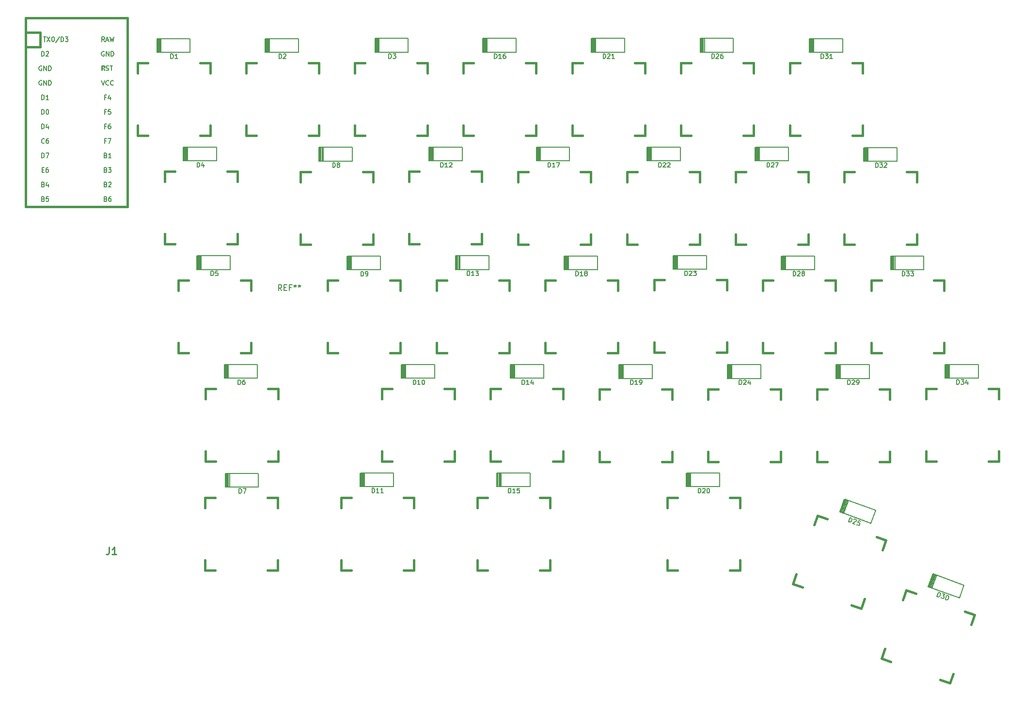
<source format=gbr>
G04 #@! TF.GenerationSoftware,KiCad,Pcbnew,(5.1.5)-3*
G04 #@! TF.CreationDate,2020-05-03T23:18:02-07:00*
G04 #@! TF.ProjectId,left,6c656674-2e6b-4696-9361-645f70636258,rev?*
G04 #@! TF.SameCoordinates,Original*
G04 #@! TF.FileFunction,Legend,Top*
G04 #@! TF.FilePolarity,Positive*
%FSLAX46Y46*%
G04 Gerber Fmt 4.6, Leading zero omitted, Abs format (unit mm)*
G04 Created by KiCad (PCBNEW (5.1.5)-3) date 2020-05-03 23:18:02*
%MOMM*%
%LPD*%
G04 APERTURE LIST*
%ADD10C,0.200000*%
%ADD11C,0.381000*%
%ADD12C,0.150000*%
%ADD13C,0.254000*%
G04 APERTURE END LIST*
D10*
X64300000Y-28625000D02*
X64300000Y-31025000D01*
X64125000Y-28625000D02*
X64125000Y-31025000D01*
X63950000Y-28625000D02*
X63950000Y-31025000D01*
X63550000Y-31025000D02*
X63550000Y-28625000D01*
X63775000Y-28625000D02*
X63775000Y-31025000D01*
X63650000Y-28625000D02*
X63650000Y-31025000D01*
X63575000Y-28625000D02*
X69375000Y-28625000D01*
X69375000Y-28625000D02*
X69375000Y-31025000D01*
X69375000Y-31025000D02*
X63575000Y-31025000D01*
X88300000Y-31025000D02*
X82500000Y-31025000D01*
X88300000Y-28625000D02*
X88300000Y-31025000D01*
X82500000Y-28625000D02*
X88300000Y-28625000D01*
X82575000Y-28625000D02*
X82575000Y-31025000D01*
X82700000Y-28625000D02*
X82700000Y-31025000D01*
X82475000Y-31025000D02*
X82475000Y-28625000D01*
X82875000Y-28625000D02*
X82875000Y-31025000D01*
X83050000Y-28625000D02*
X83050000Y-31025000D01*
X83225000Y-28625000D02*
X83225000Y-31025000D01*
X102400000Y-28600000D02*
X102400000Y-31000000D01*
X102225000Y-28600000D02*
X102225000Y-31000000D01*
X102050000Y-28600000D02*
X102050000Y-31000000D01*
X101650000Y-31000000D02*
X101650000Y-28600000D01*
X101875000Y-28600000D02*
X101875000Y-31000000D01*
X101750000Y-28600000D02*
X101750000Y-31000000D01*
X101675000Y-28600000D02*
X107475000Y-28600000D01*
X107475000Y-28600000D02*
X107475000Y-31000000D01*
X107475000Y-31000000D02*
X101675000Y-31000000D01*
X68925000Y-47600000D02*
X68925000Y-50000000D01*
X68750000Y-47600000D02*
X68750000Y-50000000D01*
X68575000Y-47600000D02*
X68575000Y-50000000D01*
X68175000Y-50000000D02*
X68175000Y-47600000D01*
X68400000Y-47600000D02*
X68400000Y-50000000D01*
X68275000Y-47600000D02*
X68275000Y-50000000D01*
X68200000Y-47600000D02*
X74000000Y-47600000D01*
X74000000Y-47600000D02*
X74000000Y-50000000D01*
X74000000Y-50000000D02*
X68200000Y-50000000D01*
X76400000Y-69000000D02*
X70600000Y-69000000D01*
X76400000Y-66600000D02*
X76400000Y-69000000D01*
X70600000Y-66600000D02*
X76400000Y-66600000D01*
X70675000Y-66600000D02*
X70675000Y-69000000D01*
X70800000Y-66600000D02*
X70800000Y-69000000D01*
X70575000Y-69000000D02*
X70575000Y-66600000D01*
X70975000Y-66600000D02*
X70975000Y-69000000D01*
X71150000Y-66600000D02*
X71150000Y-69000000D01*
X71325000Y-66600000D02*
X71325000Y-69000000D01*
X81150000Y-88025000D02*
X75350000Y-88025000D01*
X81150000Y-85625000D02*
X81150000Y-88025000D01*
X75350000Y-85625000D02*
X81150000Y-85625000D01*
X75425000Y-85625000D02*
X75425000Y-88025000D01*
X75550000Y-85625000D02*
X75550000Y-88025000D01*
X75325000Y-88025000D02*
X75325000Y-85625000D01*
X75725000Y-85625000D02*
X75725000Y-88025000D01*
X75900000Y-85625000D02*
X75900000Y-88025000D01*
X76075000Y-85625000D02*
X76075000Y-88025000D01*
X76250000Y-104650000D02*
X76250000Y-107050000D01*
X76075000Y-104650000D02*
X76075000Y-107050000D01*
X75900000Y-104650000D02*
X75900000Y-107050000D01*
X75500000Y-107050000D02*
X75500000Y-104650000D01*
X75725000Y-104650000D02*
X75725000Y-107050000D01*
X75600000Y-104650000D02*
X75600000Y-107050000D01*
X75525000Y-104650000D02*
X81325000Y-104650000D01*
X81325000Y-104650000D02*
X81325000Y-107050000D01*
X81325000Y-107050000D02*
X75525000Y-107050000D01*
X97675000Y-50050000D02*
X91875000Y-50050000D01*
X97675000Y-47650000D02*
X97675000Y-50050000D01*
X91875000Y-47650000D02*
X97675000Y-47650000D01*
X91950000Y-47650000D02*
X91950000Y-50050000D01*
X92075000Y-47650000D02*
X92075000Y-50050000D01*
X91850000Y-50050000D02*
X91850000Y-47650000D01*
X92250000Y-47650000D02*
X92250000Y-50050000D01*
X92425000Y-47650000D02*
X92425000Y-50050000D01*
X92600000Y-47650000D02*
X92600000Y-50050000D01*
X97550000Y-66650000D02*
X97550000Y-69050000D01*
X97375000Y-66650000D02*
X97375000Y-69050000D01*
X97200000Y-66650000D02*
X97200000Y-69050000D01*
X96800000Y-69050000D02*
X96800000Y-66650000D01*
X97025000Y-66650000D02*
X97025000Y-69050000D01*
X96900000Y-66650000D02*
X96900000Y-69050000D01*
X96825000Y-66650000D02*
X102625000Y-66650000D01*
X102625000Y-66650000D02*
X102625000Y-69050000D01*
X102625000Y-69050000D02*
X96825000Y-69050000D01*
X107050000Y-85625000D02*
X107050000Y-88025000D01*
X106875000Y-85625000D02*
X106875000Y-88025000D01*
X106700000Y-85625000D02*
X106700000Y-88025000D01*
X106300000Y-88025000D02*
X106300000Y-85625000D01*
X106525000Y-85625000D02*
X106525000Y-88025000D01*
X106400000Y-85625000D02*
X106400000Y-88025000D01*
X106325000Y-85625000D02*
X112125000Y-85625000D01*
X112125000Y-85625000D02*
X112125000Y-88025000D01*
X112125000Y-88025000D02*
X106325000Y-88025000D01*
X104925000Y-106975000D02*
X99125000Y-106975000D01*
X104925000Y-104575000D02*
X104925000Y-106975000D01*
X99125000Y-104575000D02*
X104925000Y-104575000D01*
X99200000Y-104575000D02*
X99200000Y-106975000D01*
X99325000Y-104575000D02*
X99325000Y-106975000D01*
X99100000Y-106975000D02*
X99100000Y-104575000D01*
X99500000Y-104575000D02*
X99500000Y-106975000D01*
X99675000Y-104575000D02*
X99675000Y-106975000D01*
X99850000Y-104575000D02*
X99850000Y-106975000D01*
X116925000Y-50025000D02*
X111125000Y-50025000D01*
X116925000Y-47625000D02*
X116925000Y-50025000D01*
X111125000Y-47625000D02*
X116925000Y-47625000D01*
X111200000Y-47625000D02*
X111200000Y-50025000D01*
X111325000Y-47625000D02*
X111325000Y-50025000D01*
X111100000Y-50025000D02*
X111100000Y-47625000D01*
X111500000Y-47625000D02*
X111500000Y-50025000D01*
X111675000Y-47625000D02*
X111675000Y-50025000D01*
X111850000Y-47625000D02*
X111850000Y-50025000D01*
X116475000Y-66600000D02*
X116475000Y-69000000D01*
X116300000Y-66600000D02*
X116300000Y-69000000D01*
X116125000Y-66600000D02*
X116125000Y-69000000D01*
X115725000Y-69000000D02*
X115725000Y-66600000D01*
X115950000Y-66600000D02*
X115950000Y-69000000D01*
X115825000Y-66600000D02*
X115825000Y-69000000D01*
X115750000Y-66600000D02*
X121550000Y-66600000D01*
X121550000Y-66600000D02*
X121550000Y-69000000D01*
X121550000Y-69000000D02*
X115750000Y-69000000D01*
X131150000Y-88025000D02*
X125350000Y-88025000D01*
X131150000Y-85625000D02*
X131150000Y-88025000D01*
X125350000Y-85625000D02*
X131150000Y-85625000D01*
X125425000Y-85625000D02*
X125425000Y-88025000D01*
X125550000Y-85625000D02*
X125550000Y-88025000D01*
X125325000Y-88025000D02*
X125325000Y-85625000D01*
X125725000Y-85625000D02*
X125725000Y-88025000D01*
X125900000Y-85625000D02*
X125900000Y-88025000D01*
X126075000Y-85625000D02*
X126075000Y-88025000D01*
X123675000Y-104600000D02*
X123675000Y-107000000D01*
X123500000Y-104600000D02*
X123500000Y-107000000D01*
X123325000Y-104600000D02*
X123325000Y-107000000D01*
X122925000Y-107000000D02*
X122925000Y-104600000D01*
X123150000Y-104600000D02*
X123150000Y-107000000D01*
X123025000Y-104600000D02*
X123025000Y-107000000D01*
X122950000Y-104600000D02*
X128750000Y-104600000D01*
X128750000Y-104600000D02*
X128750000Y-107000000D01*
X128750000Y-107000000D02*
X122950000Y-107000000D01*
X121225000Y-28600000D02*
X121225000Y-31000000D01*
X121050000Y-28600000D02*
X121050000Y-31000000D01*
X120875000Y-28600000D02*
X120875000Y-31000000D01*
X120475000Y-31000000D02*
X120475000Y-28600000D01*
X120700000Y-28600000D02*
X120700000Y-31000000D01*
X120575000Y-28600000D02*
X120575000Y-31000000D01*
X120500000Y-28600000D02*
X126300000Y-28600000D01*
X126300000Y-28600000D02*
X126300000Y-31000000D01*
X126300000Y-31000000D02*
X120500000Y-31000000D01*
X135675000Y-50000000D02*
X129875000Y-50000000D01*
X135675000Y-47600000D02*
X135675000Y-50000000D01*
X129875000Y-47600000D02*
X135675000Y-47600000D01*
X129950000Y-47600000D02*
X129950000Y-50000000D01*
X130075000Y-47600000D02*
X130075000Y-50000000D01*
X129850000Y-50000000D02*
X129850000Y-47600000D01*
X130250000Y-47600000D02*
X130250000Y-50000000D01*
X130425000Y-47600000D02*
X130425000Y-50000000D01*
X130600000Y-47600000D02*
X130600000Y-50000000D01*
X140525000Y-69025000D02*
X134725000Y-69025000D01*
X140525000Y-66625000D02*
X140525000Y-69025000D01*
X134725000Y-66625000D02*
X140525000Y-66625000D01*
X134800000Y-66625000D02*
X134800000Y-69025000D01*
X134925000Y-66625000D02*
X134925000Y-69025000D01*
X134700000Y-69025000D02*
X134700000Y-66625000D01*
X135100000Y-66625000D02*
X135100000Y-69025000D01*
X135275000Y-66625000D02*
X135275000Y-69025000D01*
X135450000Y-66625000D02*
X135450000Y-69025000D01*
X145025000Y-85650000D02*
X145025000Y-88050000D01*
X144850000Y-85650000D02*
X144850000Y-88050000D01*
X144675000Y-85650000D02*
X144675000Y-88050000D01*
X144275000Y-88050000D02*
X144275000Y-85650000D01*
X144500000Y-85650000D02*
X144500000Y-88050000D01*
X144375000Y-85650000D02*
X144375000Y-88050000D01*
X144300000Y-85650000D02*
X150100000Y-85650000D01*
X150100000Y-85650000D02*
X150100000Y-88050000D01*
X150100000Y-88050000D02*
X144300000Y-88050000D01*
X161900000Y-107000000D02*
X156100000Y-107000000D01*
X161900000Y-104600000D02*
X161900000Y-107000000D01*
X156100000Y-104600000D02*
X161900000Y-104600000D01*
X156175000Y-104600000D02*
X156175000Y-107000000D01*
X156300000Y-104600000D02*
X156300000Y-107000000D01*
X156075000Y-107000000D02*
X156075000Y-104600000D01*
X156475000Y-104600000D02*
X156475000Y-107000000D01*
X156650000Y-104600000D02*
X156650000Y-107000000D01*
X156825000Y-104600000D02*
X156825000Y-107000000D01*
X145300000Y-31000000D02*
X139500000Y-31000000D01*
X145300000Y-28600000D02*
X145300000Y-31000000D01*
X139500000Y-28600000D02*
X145300000Y-28600000D01*
X139575000Y-28600000D02*
X139575000Y-31000000D01*
X139700000Y-28600000D02*
X139700000Y-31000000D01*
X139475000Y-31000000D02*
X139475000Y-28600000D01*
X139875000Y-28600000D02*
X139875000Y-31000000D01*
X140050000Y-28600000D02*
X140050000Y-31000000D01*
X140225000Y-28600000D02*
X140225000Y-31000000D01*
X149950000Y-47625000D02*
X149950000Y-50025000D01*
X149775000Y-47625000D02*
X149775000Y-50025000D01*
X149600000Y-47625000D02*
X149600000Y-50025000D01*
X149200000Y-50025000D02*
X149200000Y-47625000D01*
X149425000Y-47625000D02*
X149425000Y-50025000D01*
X149300000Y-47625000D02*
X149300000Y-50025000D01*
X149225000Y-47625000D02*
X155025000Y-47625000D01*
X155025000Y-47625000D02*
X155025000Y-50025000D01*
X155025000Y-50025000D02*
X149225000Y-50025000D01*
X154500000Y-66575000D02*
X154500000Y-68975000D01*
X154325000Y-66575000D02*
X154325000Y-68975000D01*
X154150000Y-66575000D02*
X154150000Y-68975000D01*
X153750000Y-68975000D02*
X153750000Y-66575000D01*
X153975000Y-66575000D02*
X153975000Y-68975000D01*
X153850000Y-66575000D02*
X153850000Y-68975000D01*
X153775000Y-66575000D02*
X159575000Y-66575000D01*
X159575000Y-66575000D02*
X159575000Y-68975000D01*
X159575000Y-68975000D02*
X153775000Y-68975000D01*
X169075000Y-88050000D02*
X163275000Y-88050000D01*
X169075000Y-85650000D02*
X169075000Y-88050000D01*
X163275000Y-85650000D02*
X169075000Y-85650000D01*
X163350000Y-85650000D02*
X163350000Y-88050000D01*
X163475000Y-85650000D02*
X163475000Y-88050000D01*
X163250000Y-88050000D02*
X163250000Y-85650000D01*
X163650000Y-85650000D02*
X163650000Y-88050000D01*
X163825000Y-85650000D02*
X163825000Y-88050000D01*
X164000000Y-85650000D02*
X164000000Y-88050000D01*
X184372623Y-109394273D02*
X183551775Y-111649535D01*
X184208177Y-109334420D02*
X183387329Y-111589682D01*
X184043731Y-109274566D02*
X183222883Y-111529828D01*
X182847006Y-111393020D02*
X183667854Y-109137758D01*
X183879285Y-109214712D02*
X183058436Y-111469975D01*
X183761823Y-109171960D02*
X182940975Y-111427222D01*
X183691346Y-109146308D02*
X189141564Y-111130025D01*
X189141564Y-111130025D02*
X188320715Y-113385288D01*
X188320715Y-113385288D02*
X182870498Y-111401571D01*
X164300000Y-31000000D02*
X158500000Y-31000000D01*
X164300000Y-28600000D02*
X164300000Y-31000000D01*
X158500000Y-28600000D02*
X164300000Y-28600000D01*
X158575000Y-28600000D02*
X158575000Y-31000000D01*
X158700000Y-28600000D02*
X158700000Y-31000000D01*
X158475000Y-31000000D02*
X158475000Y-28600000D01*
X158875000Y-28600000D02*
X158875000Y-31000000D01*
X159050000Y-28600000D02*
X159050000Y-31000000D01*
X159225000Y-28600000D02*
X159225000Y-31000000D01*
X168850000Y-47625000D02*
X168850000Y-50025000D01*
X168675000Y-47625000D02*
X168675000Y-50025000D01*
X168500000Y-47625000D02*
X168500000Y-50025000D01*
X168100000Y-50025000D02*
X168100000Y-47625000D01*
X168325000Y-47625000D02*
X168325000Y-50025000D01*
X168200000Y-47625000D02*
X168200000Y-50025000D01*
X168125000Y-47625000D02*
X173925000Y-47625000D01*
X173925000Y-47625000D02*
X173925000Y-50025000D01*
X173925000Y-50025000D02*
X168125000Y-50025000D01*
X178500000Y-69025000D02*
X172700000Y-69025000D01*
X178500000Y-66625000D02*
X178500000Y-69025000D01*
X172700000Y-66625000D02*
X178500000Y-66625000D01*
X172775000Y-66625000D02*
X172775000Y-69025000D01*
X172900000Y-66625000D02*
X172900000Y-69025000D01*
X172675000Y-69025000D02*
X172675000Y-66625000D01*
X173075000Y-66625000D02*
X173075000Y-69025000D01*
X173250000Y-66625000D02*
X173250000Y-69025000D01*
X173425000Y-66625000D02*
X173425000Y-69025000D01*
X182950000Y-85650000D02*
X182950000Y-88050000D01*
X182775000Y-85650000D02*
X182775000Y-88050000D01*
X182600000Y-85650000D02*
X182600000Y-88050000D01*
X182200000Y-88050000D02*
X182200000Y-85650000D01*
X182425000Y-85650000D02*
X182425000Y-88050000D01*
X182300000Y-85650000D02*
X182300000Y-88050000D01*
X182225000Y-85650000D02*
X188025000Y-85650000D01*
X188025000Y-85650000D02*
X188025000Y-88050000D01*
X188025000Y-88050000D02*
X182225000Y-88050000D01*
X203770715Y-126460288D02*
X198320498Y-124476571D01*
X204591564Y-124205025D02*
X203770715Y-126460288D01*
X199141346Y-122221308D02*
X204591564Y-124205025D01*
X199211823Y-122246960D02*
X198390975Y-124502222D01*
X199329285Y-122289712D02*
X198508436Y-124544975D01*
X198297006Y-124468020D02*
X199117854Y-122212758D01*
X199493731Y-122349566D02*
X198672883Y-124604828D01*
X199658177Y-122409420D02*
X198837329Y-124664682D01*
X199822623Y-122469273D02*
X199001775Y-124724535D01*
X178300000Y-28625000D02*
X178300000Y-31025000D01*
X178125000Y-28625000D02*
X178125000Y-31025000D01*
X177950000Y-28625000D02*
X177950000Y-31025000D01*
X177550000Y-31025000D02*
X177550000Y-28625000D01*
X177775000Y-28625000D02*
X177775000Y-31025000D01*
X177650000Y-28625000D02*
X177650000Y-31025000D01*
X177575000Y-28625000D02*
X183375000Y-28625000D01*
X183375000Y-28625000D02*
X183375000Y-31025000D01*
X183375000Y-31025000D02*
X177575000Y-31025000D01*
X187825000Y-47675000D02*
X187825000Y-50075000D01*
X187650000Y-47675000D02*
X187650000Y-50075000D01*
X187475000Y-47675000D02*
X187475000Y-50075000D01*
X187075000Y-50075000D02*
X187075000Y-47675000D01*
X187300000Y-47675000D02*
X187300000Y-50075000D01*
X187175000Y-47675000D02*
X187175000Y-50075000D01*
X187100000Y-47675000D02*
X192900000Y-47675000D01*
X192900000Y-47675000D02*
X192900000Y-50075000D01*
X192900000Y-50075000D02*
X187100000Y-50075000D01*
X192500000Y-66625000D02*
X192500000Y-69025000D01*
X192325000Y-66625000D02*
X192325000Y-69025000D01*
X192150000Y-66625000D02*
X192150000Y-69025000D01*
X191750000Y-69025000D02*
X191750000Y-66625000D01*
X191975000Y-66625000D02*
X191975000Y-69025000D01*
X191850000Y-66625000D02*
X191850000Y-69025000D01*
X191775000Y-66625000D02*
X197575000Y-66625000D01*
X197575000Y-66625000D02*
X197575000Y-69025000D01*
X197575000Y-69025000D02*
X191775000Y-69025000D01*
X207100000Y-88000000D02*
X201300000Y-88000000D01*
X207100000Y-85600000D02*
X207100000Y-88000000D01*
X201300000Y-85600000D02*
X207100000Y-85600000D01*
X201375000Y-85600000D02*
X201375000Y-88000000D01*
X201500000Y-85600000D02*
X201500000Y-88000000D01*
X201275000Y-88000000D02*
X201275000Y-85600000D01*
X201675000Y-85600000D02*
X201675000Y-88000000D01*
X201850000Y-85600000D02*
X201850000Y-88000000D01*
X202025000Y-85600000D02*
X202025000Y-88000000D01*
D11*
X60175000Y-32900000D02*
X61953000Y-32900000D01*
X71097000Y-32900000D02*
X72875000Y-32900000D01*
X72875000Y-32900000D02*
X72875000Y-34678000D01*
X72875000Y-43822000D02*
X72875000Y-45600000D01*
X72875000Y-45600000D02*
X71097000Y-45600000D01*
X61953000Y-45600000D02*
X60175000Y-45600000D01*
X60175000Y-45600000D02*
X60175000Y-43822000D01*
X60175000Y-34678000D02*
X60175000Y-32900000D01*
X79150000Y-34678000D02*
X79150000Y-32900000D01*
X79150000Y-45600000D02*
X79150000Y-43822000D01*
X80928000Y-45600000D02*
X79150000Y-45600000D01*
X91850000Y-45600000D02*
X90072000Y-45600000D01*
X91850000Y-43822000D02*
X91850000Y-45600000D01*
X91850000Y-32900000D02*
X91850000Y-34678000D01*
X90072000Y-32900000D02*
X91850000Y-32900000D01*
X79150000Y-32900000D02*
X80928000Y-32900000D01*
X98175000Y-32875000D02*
X99953000Y-32875000D01*
X109097000Y-32875000D02*
X110875000Y-32875000D01*
X110875000Y-32875000D02*
X110875000Y-34653000D01*
X110875000Y-43797000D02*
X110875000Y-45575000D01*
X110875000Y-45575000D02*
X109097000Y-45575000D01*
X99953000Y-45575000D02*
X98175000Y-45575000D01*
X98175000Y-45575000D02*
X98175000Y-43797000D01*
X98175000Y-34653000D02*
X98175000Y-32875000D01*
X64925000Y-51875000D02*
X66703000Y-51875000D01*
X75847000Y-51875000D02*
X77625000Y-51875000D01*
X77625000Y-51875000D02*
X77625000Y-53653000D01*
X77625000Y-62797000D02*
X77625000Y-64575000D01*
X77625000Y-64575000D02*
X75847000Y-64575000D01*
X66703000Y-64575000D02*
X64925000Y-64575000D01*
X64925000Y-64575000D02*
X64925000Y-62797000D01*
X64925000Y-53653000D02*
X64925000Y-51875000D01*
X67300000Y-70875000D02*
X69078000Y-70875000D01*
X78222000Y-70875000D02*
X80000000Y-70875000D01*
X80000000Y-70875000D02*
X80000000Y-72653000D01*
X80000000Y-81797000D02*
X80000000Y-83575000D01*
X80000000Y-83575000D02*
X78222000Y-83575000D01*
X69078000Y-83575000D02*
X67300000Y-83575000D01*
X67300000Y-83575000D02*
X67300000Y-81797000D01*
X67300000Y-72653000D02*
X67300000Y-70875000D01*
X84750000Y-102575000D02*
X82972000Y-102575000D01*
X73828000Y-102575000D02*
X72050000Y-102575000D01*
X72050000Y-102575000D02*
X72050000Y-100797000D01*
X72050000Y-91653000D02*
X72050000Y-89875000D01*
X72050000Y-89875000D02*
X73828000Y-89875000D01*
X82972000Y-89875000D02*
X84750000Y-89875000D01*
X84750000Y-89875000D02*
X84750000Y-91653000D01*
X84750000Y-100797000D02*
X84750000Y-102575000D01*
X72000000Y-108925000D02*
X73778000Y-108925000D01*
X82922000Y-108925000D02*
X84700000Y-108925000D01*
X84700000Y-108925000D02*
X84700000Y-110703000D01*
X84700000Y-119847000D02*
X84700000Y-121625000D01*
X84700000Y-121625000D02*
X82922000Y-121625000D01*
X73778000Y-121625000D02*
X72000000Y-121625000D01*
X72000000Y-121625000D02*
X72000000Y-119847000D01*
X72000000Y-110703000D02*
X72000000Y-108925000D01*
X88650000Y-51925000D02*
X90428000Y-51925000D01*
X99572000Y-51925000D02*
X101350000Y-51925000D01*
X101350000Y-51925000D02*
X101350000Y-53703000D01*
X101350000Y-62847000D02*
X101350000Y-64625000D01*
X101350000Y-64625000D02*
X99572000Y-64625000D01*
X90428000Y-64625000D02*
X88650000Y-64625000D01*
X88650000Y-64625000D02*
X88650000Y-62847000D01*
X88650000Y-53703000D02*
X88650000Y-51925000D01*
X93400000Y-70925000D02*
X95178000Y-70925000D01*
X104322000Y-70925000D02*
X106100000Y-70925000D01*
X106100000Y-70925000D02*
X106100000Y-72703000D01*
X106100000Y-81847000D02*
X106100000Y-83625000D01*
X106100000Y-83625000D02*
X104322000Y-83625000D01*
X95178000Y-83625000D02*
X93400000Y-83625000D01*
X93400000Y-83625000D02*
X93400000Y-81847000D01*
X93400000Y-72703000D02*
X93400000Y-70925000D01*
X102850000Y-89900000D02*
X104628000Y-89900000D01*
X113772000Y-89900000D02*
X115550000Y-89900000D01*
X115550000Y-89900000D02*
X115550000Y-91678000D01*
X115550000Y-100822000D02*
X115550000Y-102600000D01*
X115550000Y-102600000D02*
X113772000Y-102600000D01*
X104628000Y-102600000D02*
X102850000Y-102600000D01*
X102850000Y-102600000D02*
X102850000Y-100822000D01*
X102850000Y-91678000D02*
X102850000Y-89900000D01*
X95775000Y-110653000D02*
X95775000Y-108875000D01*
X95775000Y-121575000D02*
X95775000Y-119797000D01*
X97553000Y-121575000D02*
X95775000Y-121575000D01*
X108475000Y-121575000D02*
X106697000Y-121575000D01*
X108475000Y-119797000D02*
X108475000Y-121575000D01*
X108475000Y-108875000D02*
X108475000Y-110653000D01*
X106697000Y-108875000D02*
X108475000Y-108875000D01*
X95775000Y-108875000D02*
X97553000Y-108875000D01*
X107650000Y-51875000D02*
X109428000Y-51875000D01*
X118572000Y-51875000D02*
X120350000Y-51875000D01*
X120350000Y-51875000D02*
X120350000Y-53653000D01*
X120350000Y-62797000D02*
X120350000Y-64575000D01*
X120350000Y-64575000D02*
X118572000Y-64575000D01*
X109428000Y-64575000D02*
X107650000Y-64575000D01*
X107650000Y-64575000D02*
X107650000Y-62797000D01*
X107650000Y-53653000D02*
X107650000Y-51875000D01*
X112425000Y-72653000D02*
X112425000Y-70875000D01*
X112425000Y-83575000D02*
X112425000Y-81797000D01*
X114203000Y-83575000D02*
X112425000Y-83575000D01*
X125125000Y-83575000D02*
X123347000Y-83575000D01*
X125125000Y-81797000D02*
X125125000Y-83575000D01*
X125125000Y-70875000D02*
X125125000Y-72653000D01*
X123347000Y-70875000D02*
X125125000Y-70875000D01*
X112425000Y-70875000D02*
X114203000Y-70875000D01*
X121875000Y-91678000D02*
X121875000Y-89900000D01*
X121875000Y-102600000D02*
X121875000Y-100822000D01*
X123653000Y-102600000D02*
X121875000Y-102600000D01*
X134575000Y-102600000D02*
X132797000Y-102600000D01*
X134575000Y-100822000D02*
X134575000Y-102600000D01*
X134575000Y-89900000D02*
X134575000Y-91678000D01*
X132797000Y-89900000D02*
X134575000Y-89900000D01*
X121875000Y-89900000D02*
X123653000Y-89900000D01*
X119525000Y-110678000D02*
X119525000Y-108900000D01*
X119525000Y-121600000D02*
X119525000Y-119822000D01*
X121303000Y-121600000D02*
X119525000Y-121600000D01*
X132225000Y-121600000D02*
X130447000Y-121600000D01*
X132225000Y-119822000D02*
X132225000Y-121600000D01*
X132225000Y-108900000D02*
X132225000Y-110678000D01*
X130447000Y-108900000D02*
X132225000Y-108900000D01*
X119525000Y-108900000D02*
X121303000Y-108900000D01*
X117125000Y-34653000D02*
X117125000Y-32875000D01*
X117125000Y-45575000D02*
X117125000Y-43797000D01*
X118903000Y-45575000D02*
X117125000Y-45575000D01*
X129825000Y-45575000D02*
X128047000Y-45575000D01*
X129825000Y-43797000D02*
X129825000Y-45575000D01*
X129825000Y-32875000D02*
X129825000Y-34653000D01*
X128047000Y-32875000D02*
X129825000Y-32875000D01*
X117125000Y-32875000D02*
X118903000Y-32875000D01*
X126650000Y-51900000D02*
X128428000Y-51900000D01*
X137572000Y-51900000D02*
X139350000Y-51900000D01*
X139350000Y-51900000D02*
X139350000Y-53678000D01*
X139350000Y-62822000D02*
X139350000Y-64600000D01*
X139350000Y-64600000D02*
X137572000Y-64600000D01*
X128428000Y-64600000D02*
X126650000Y-64600000D01*
X126650000Y-64600000D02*
X126650000Y-62822000D01*
X126650000Y-53678000D02*
X126650000Y-51900000D01*
X131450000Y-72678000D02*
X131450000Y-70900000D01*
X131450000Y-83600000D02*
X131450000Y-81822000D01*
X133228000Y-83600000D02*
X131450000Y-83600000D01*
X144150000Y-83600000D02*
X142372000Y-83600000D01*
X144150000Y-81822000D02*
X144150000Y-83600000D01*
X144150000Y-70900000D02*
X144150000Y-72678000D01*
X142372000Y-70900000D02*
X144150000Y-70900000D01*
X131450000Y-70900000D02*
X133228000Y-70900000D01*
X140875000Y-89925000D02*
X142653000Y-89925000D01*
X151797000Y-89925000D02*
X153575000Y-89925000D01*
X153575000Y-89925000D02*
X153575000Y-91703000D01*
X153575000Y-100847000D02*
X153575000Y-102625000D01*
X153575000Y-102625000D02*
X151797000Y-102625000D01*
X142653000Y-102625000D02*
X140875000Y-102625000D01*
X140875000Y-102625000D02*
X140875000Y-100847000D01*
X140875000Y-91703000D02*
X140875000Y-89925000D01*
X152775000Y-108900000D02*
X154553000Y-108900000D01*
X163697000Y-108900000D02*
X165475000Y-108900000D01*
X165475000Y-108900000D02*
X165475000Y-110678000D01*
X165475000Y-119822000D02*
X165475000Y-121600000D01*
X165475000Y-121600000D02*
X163697000Y-121600000D01*
X154553000Y-121600000D02*
X152775000Y-121600000D01*
X152775000Y-121600000D02*
X152775000Y-119822000D01*
X152775000Y-110678000D02*
X152775000Y-108900000D01*
X136150000Y-34678000D02*
X136150000Y-32900000D01*
X136150000Y-45600000D02*
X136150000Y-43822000D01*
X137928000Y-45600000D02*
X136150000Y-45600000D01*
X148850000Y-45600000D02*
X147072000Y-45600000D01*
X148850000Y-43822000D02*
X148850000Y-45600000D01*
X148850000Y-32900000D02*
X148850000Y-34678000D01*
X147072000Y-32900000D02*
X148850000Y-32900000D01*
X136150000Y-32900000D02*
X137928000Y-32900000D01*
X145750000Y-53678000D02*
X145750000Y-51900000D01*
X145750000Y-64600000D02*
X145750000Y-62822000D01*
X147528000Y-64600000D02*
X145750000Y-64600000D01*
X158450000Y-64600000D02*
X156672000Y-64600000D01*
X158450000Y-62822000D02*
X158450000Y-64600000D01*
X158450000Y-51900000D02*
X158450000Y-53678000D01*
X156672000Y-51900000D02*
X158450000Y-51900000D01*
X145750000Y-51900000D02*
X147528000Y-51900000D01*
X150450000Y-72628000D02*
X150450000Y-70850000D01*
X150450000Y-83550000D02*
X150450000Y-81772000D01*
X152228000Y-83550000D02*
X150450000Y-83550000D01*
X163150000Y-83550000D02*
X161372000Y-83550000D01*
X163150000Y-81772000D02*
X163150000Y-83550000D01*
X163150000Y-70850000D02*
X163150000Y-72628000D01*
X161372000Y-70850000D02*
X163150000Y-70850000D01*
X150450000Y-70850000D02*
X152228000Y-70850000D01*
X159875000Y-91703000D02*
X159875000Y-89925000D01*
X159875000Y-102625000D02*
X159875000Y-100847000D01*
X161653000Y-102625000D02*
X159875000Y-102625000D01*
X172575000Y-102625000D02*
X170797000Y-102625000D01*
X172575000Y-100847000D02*
X172575000Y-102625000D01*
X172575000Y-89925000D02*
X172575000Y-91703000D01*
X170797000Y-89925000D02*
X172575000Y-89925000D01*
X159875000Y-89925000D02*
X161653000Y-89925000D01*
X179029780Y-112011124D02*
X180700553Y-112619236D01*
X189293103Y-115746668D02*
X190963876Y-116354780D01*
X190963876Y-116354780D02*
X190355764Y-118025553D01*
X187228332Y-126618103D02*
X186620220Y-128288876D01*
X186620220Y-128288876D02*
X184949447Y-127680764D01*
X176356897Y-124553332D02*
X174686124Y-123945220D01*
X174686124Y-123945220D02*
X175294236Y-122274447D01*
X178421668Y-113681897D02*
X179029780Y-112011124D01*
X155125000Y-34653000D02*
X155125000Y-32875000D01*
X155125000Y-45575000D02*
X155125000Y-43797000D01*
X156903000Y-45575000D02*
X155125000Y-45575000D01*
X167825000Y-45575000D02*
X166047000Y-45575000D01*
X167825000Y-43797000D02*
X167825000Y-45575000D01*
X167825000Y-32875000D02*
X167825000Y-34653000D01*
X166047000Y-32875000D02*
X167825000Y-32875000D01*
X155125000Y-32875000D02*
X156903000Y-32875000D01*
X164650000Y-53678000D02*
X164650000Y-51900000D01*
X164650000Y-64600000D02*
X164650000Y-62822000D01*
X166428000Y-64600000D02*
X164650000Y-64600000D01*
X177350000Y-64600000D02*
X175572000Y-64600000D01*
X177350000Y-62822000D02*
X177350000Y-64600000D01*
X177350000Y-51900000D02*
X177350000Y-53678000D01*
X175572000Y-51900000D02*
X177350000Y-51900000D01*
X164650000Y-51900000D02*
X166428000Y-51900000D01*
X169400000Y-70900000D02*
X171178000Y-70900000D01*
X180322000Y-70900000D02*
X182100000Y-70900000D01*
X182100000Y-70900000D02*
X182100000Y-72678000D01*
X182100000Y-81822000D02*
X182100000Y-83600000D01*
X182100000Y-83600000D02*
X180322000Y-83600000D01*
X171178000Y-83600000D02*
X169400000Y-83600000D01*
X169400000Y-83600000D02*
X169400000Y-81822000D01*
X169400000Y-72678000D02*
X169400000Y-70900000D01*
X178875000Y-89925000D02*
X180653000Y-89925000D01*
X189797000Y-89925000D02*
X191575000Y-89925000D01*
X191575000Y-89925000D02*
X191575000Y-91703000D01*
X191575000Y-100847000D02*
X191575000Y-102625000D01*
X191575000Y-102625000D02*
X189797000Y-102625000D01*
X180653000Y-102625000D02*
X178875000Y-102625000D01*
X178875000Y-102625000D02*
X178875000Y-100847000D01*
X178875000Y-91703000D02*
X178875000Y-89925000D01*
X193871668Y-126756897D02*
X194479780Y-125086124D01*
X190136124Y-137020220D02*
X190744236Y-135349447D01*
X191806897Y-137628332D02*
X190136124Y-137020220D01*
X202070220Y-141363876D02*
X200399447Y-140755764D01*
X202678332Y-139693103D02*
X202070220Y-141363876D01*
X206413876Y-129429780D02*
X205805764Y-131100553D01*
X204743103Y-128821668D02*
X206413876Y-129429780D01*
X194479780Y-125086124D02*
X196150553Y-125694236D01*
X174150000Y-32900000D02*
X175928000Y-32900000D01*
X185072000Y-32900000D02*
X186850000Y-32900000D01*
X186850000Y-32900000D02*
X186850000Y-34678000D01*
X186850000Y-43822000D02*
X186850000Y-45600000D01*
X186850000Y-45600000D02*
X185072000Y-45600000D01*
X175928000Y-45600000D02*
X174150000Y-45600000D01*
X174150000Y-45600000D02*
X174150000Y-43822000D01*
X174150000Y-34678000D02*
X174150000Y-32900000D01*
X183650000Y-51950000D02*
X185428000Y-51950000D01*
X194572000Y-51950000D02*
X196350000Y-51950000D01*
X196350000Y-51950000D02*
X196350000Y-53728000D01*
X196350000Y-62872000D02*
X196350000Y-64650000D01*
X196350000Y-64650000D02*
X194572000Y-64650000D01*
X185428000Y-64650000D02*
X183650000Y-64650000D01*
X183650000Y-64650000D02*
X183650000Y-62872000D01*
X183650000Y-53728000D02*
X183650000Y-51950000D01*
X188400000Y-70875000D02*
X190178000Y-70875000D01*
X199322000Y-70875000D02*
X201100000Y-70875000D01*
X201100000Y-70875000D02*
X201100000Y-72653000D01*
X201100000Y-81797000D02*
X201100000Y-83575000D01*
X201100000Y-83575000D02*
X199322000Y-83575000D01*
X190178000Y-83575000D02*
X188400000Y-83575000D01*
X188400000Y-83575000D02*
X188400000Y-81797000D01*
X188400000Y-72653000D02*
X188400000Y-70875000D01*
X197925000Y-91653000D02*
X197925000Y-89875000D01*
X197925000Y-102575000D02*
X197925000Y-100797000D01*
X199703000Y-102575000D02*
X197925000Y-102575000D01*
X210625000Y-102575000D02*
X208847000Y-102575000D01*
X210625000Y-100797000D02*
X210625000Y-102575000D01*
X210625000Y-89875000D02*
X210625000Y-91653000D01*
X208847000Y-89875000D02*
X210625000Y-89875000D01*
X197925000Y-89875000D02*
X199703000Y-89875000D01*
X40610000Y-27510000D02*
X40610000Y-57990000D01*
X40610000Y-57990000D02*
X58390000Y-57990000D01*
X58390000Y-57990000D02*
X58390000Y-27510000D01*
X43150000Y-27510000D02*
X43150000Y-30050000D01*
X43150000Y-30050000D02*
X40610000Y-30050000D01*
D12*
G36*
X54431568Y-33389360D02*
G01*
X54431568Y-33689360D01*
X54331568Y-33689360D01*
X54331568Y-33389360D01*
X54431568Y-33389360D01*
G37*
X54431568Y-33389360D02*
X54431568Y-33689360D01*
X54331568Y-33689360D01*
X54331568Y-33389360D01*
X54431568Y-33389360D01*
G36*
X54231568Y-33789360D02*
G01*
X54231568Y-33889360D01*
X54131568Y-33889360D01*
X54131568Y-33789360D01*
X54231568Y-33789360D01*
G37*
X54231568Y-33789360D02*
X54231568Y-33889360D01*
X54131568Y-33889360D01*
X54131568Y-33789360D01*
X54231568Y-33789360D01*
G36*
X54431568Y-33389360D02*
G01*
X54431568Y-33489360D01*
X53931568Y-33489360D01*
X53931568Y-33389360D01*
X54431568Y-33389360D01*
G37*
X54431568Y-33389360D02*
X54431568Y-33489360D01*
X53931568Y-33489360D01*
X53931568Y-33389360D01*
X54431568Y-33389360D01*
G36*
X54031568Y-33389360D02*
G01*
X54031568Y-34189360D01*
X53931568Y-34189360D01*
X53931568Y-33389360D01*
X54031568Y-33389360D01*
G37*
X54031568Y-33389360D02*
X54031568Y-34189360D01*
X53931568Y-34189360D01*
X53931568Y-33389360D01*
X54031568Y-33389360D01*
G36*
X54431568Y-33989360D02*
G01*
X54431568Y-34189360D01*
X54331568Y-34189360D01*
X54331568Y-33989360D01*
X54431568Y-33989360D01*
G37*
X54431568Y-33989360D02*
X54431568Y-34189360D01*
X54331568Y-34189360D01*
X54331568Y-33989360D01*
X54431568Y-33989360D01*
D11*
X58390000Y-27510000D02*
X58390000Y-24970000D01*
X58390000Y-24970000D02*
X40610000Y-24970000D01*
X40610000Y-24970000D02*
X40610000Y-27510000D01*
X43150000Y-27510000D02*
X40610000Y-27510000D01*
D12*
X85376666Y-72692380D02*
X85043333Y-72216190D01*
X84805238Y-72692380D02*
X84805238Y-71692380D01*
X85186190Y-71692380D01*
X85281428Y-71740000D01*
X85329047Y-71787619D01*
X85376666Y-71882857D01*
X85376666Y-72025714D01*
X85329047Y-72120952D01*
X85281428Y-72168571D01*
X85186190Y-72216190D01*
X84805238Y-72216190D01*
X85805238Y-72168571D02*
X86138571Y-72168571D01*
X86281428Y-72692380D02*
X85805238Y-72692380D01*
X85805238Y-71692380D01*
X86281428Y-71692380D01*
X87043333Y-72168571D02*
X86710000Y-72168571D01*
X86710000Y-72692380D02*
X86710000Y-71692380D01*
X87186190Y-71692380D01*
X87710000Y-71692380D02*
X87710000Y-71930476D01*
X87471904Y-71835238D02*
X87710000Y-71930476D01*
X87948095Y-71835238D01*
X87567142Y-72120952D02*
X87710000Y-71930476D01*
X87852857Y-72120952D01*
X88471904Y-71692380D02*
X88471904Y-71930476D01*
X88233809Y-71835238D02*
X88471904Y-71930476D01*
X88710000Y-71835238D01*
X88329047Y-72120952D02*
X88471904Y-71930476D01*
X88614761Y-72120952D01*
X65984523Y-32111904D02*
X65984523Y-31311904D01*
X66175000Y-31311904D01*
X66289285Y-31350000D01*
X66365476Y-31426190D01*
X66403571Y-31502380D01*
X66441666Y-31654761D01*
X66441666Y-31769047D01*
X66403571Y-31921428D01*
X66365476Y-31997619D01*
X66289285Y-32073809D01*
X66175000Y-32111904D01*
X65984523Y-32111904D01*
X67203571Y-32111904D02*
X66746428Y-32111904D01*
X66975000Y-32111904D02*
X66975000Y-31311904D01*
X66898809Y-31426190D01*
X66822619Y-31502380D01*
X66746428Y-31540476D01*
X84909523Y-32111904D02*
X84909523Y-31311904D01*
X85100000Y-31311904D01*
X85214285Y-31350000D01*
X85290476Y-31426190D01*
X85328571Y-31502380D01*
X85366666Y-31654761D01*
X85366666Y-31769047D01*
X85328571Y-31921428D01*
X85290476Y-31997619D01*
X85214285Y-32073809D01*
X85100000Y-32111904D01*
X84909523Y-32111904D01*
X85671428Y-31388095D02*
X85709523Y-31350000D01*
X85785714Y-31311904D01*
X85976190Y-31311904D01*
X86052380Y-31350000D01*
X86090476Y-31388095D01*
X86128571Y-31464285D01*
X86128571Y-31540476D01*
X86090476Y-31654761D01*
X85633333Y-32111904D01*
X86128571Y-32111904D01*
X104084523Y-32086904D02*
X104084523Y-31286904D01*
X104275000Y-31286904D01*
X104389285Y-31325000D01*
X104465476Y-31401190D01*
X104503571Y-31477380D01*
X104541666Y-31629761D01*
X104541666Y-31744047D01*
X104503571Y-31896428D01*
X104465476Y-31972619D01*
X104389285Y-32048809D01*
X104275000Y-32086904D01*
X104084523Y-32086904D01*
X104808333Y-31286904D02*
X105303571Y-31286904D01*
X105036904Y-31591666D01*
X105151190Y-31591666D01*
X105227380Y-31629761D01*
X105265476Y-31667857D01*
X105303571Y-31744047D01*
X105303571Y-31934523D01*
X105265476Y-32010714D01*
X105227380Y-32048809D01*
X105151190Y-32086904D01*
X104922619Y-32086904D01*
X104846428Y-32048809D01*
X104808333Y-32010714D01*
X70609523Y-51086904D02*
X70609523Y-50286904D01*
X70800000Y-50286904D01*
X70914285Y-50325000D01*
X70990476Y-50401190D01*
X71028571Y-50477380D01*
X71066666Y-50629761D01*
X71066666Y-50744047D01*
X71028571Y-50896428D01*
X70990476Y-50972619D01*
X70914285Y-51048809D01*
X70800000Y-51086904D01*
X70609523Y-51086904D01*
X71752380Y-50553571D02*
X71752380Y-51086904D01*
X71561904Y-50248809D02*
X71371428Y-50820238D01*
X71866666Y-50820238D01*
X73009523Y-70086904D02*
X73009523Y-69286904D01*
X73200000Y-69286904D01*
X73314285Y-69325000D01*
X73390476Y-69401190D01*
X73428571Y-69477380D01*
X73466666Y-69629761D01*
X73466666Y-69744047D01*
X73428571Y-69896428D01*
X73390476Y-69972619D01*
X73314285Y-70048809D01*
X73200000Y-70086904D01*
X73009523Y-70086904D01*
X74190476Y-69286904D02*
X73809523Y-69286904D01*
X73771428Y-69667857D01*
X73809523Y-69629761D01*
X73885714Y-69591666D01*
X74076190Y-69591666D01*
X74152380Y-69629761D01*
X74190476Y-69667857D01*
X74228571Y-69744047D01*
X74228571Y-69934523D01*
X74190476Y-70010714D01*
X74152380Y-70048809D01*
X74076190Y-70086904D01*
X73885714Y-70086904D01*
X73809523Y-70048809D01*
X73771428Y-70010714D01*
X77759523Y-89111904D02*
X77759523Y-88311904D01*
X77950000Y-88311904D01*
X78064285Y-88350000D01*
X78140476Y-88426190D01*
X78178571Y-88502380D01*
X78216666Y-88654761D01*
X78216666Y-88769047D01*
X78178571Y-88921428D01*
X78140476Y-88997619D01*
X78064285Y-89073809D01*
X77950000Y-89111904D01*
X77759523Y-89111904D01*
X78902380Y-88311904D02*
X78750000Y-88311904D01*
X78673809Y-88350000D01*
X78635714Y-88388095D01*
X78559523Y-88502380D01*
X78521428Y-88654761D01*
X78521428Y-88959523D01*
X78559523Y-89035714D01*
X78597619Y-89073809D01*
X78673809Y-89111904D01*
X78826190Y-89111904D01*
X78902380Y-89073809D01*
X78940476Y-89035714D01*
X78978571Y-88959523D01*
X78978571Y-88769047D01*
X78940476Y-88692857D01*
X78902380Y-88654761D01*
X78826190Y-88616666D01*
X78673809Y-88616666D01*
X78597619Y-88654761D01*
X78559523Y-88692857D01*
X78521428Y-88769047D01*
X77934523Y-108136904D02*
X77934523Y-107336904D01*
X78125000Y-107336904D01*
X78239285Y-107375000D01*
X78315476Y-107451190D01*
X78353571Y-107527380D01*
X78391666Y-107679761D01*
X78391666Y-107794047D01*
X78353571Y-107946428D01*
X78315476Y-108022619D01*
X78239285Y-108098809D01*
X78125000Y-108136904D01*
X77934523Y-108136904D01*
X78658333Y-107336904D02*
X79191666Y-107336904D01*
X78848809Y-108136904D01*
X94284523Y-51136904D02*
X94284523Y-50336904D01*
X94475000Y-50336904D01*
X94589285Y-50375000D01*
X94665476Y-50451190D01*
X94703571Y-50527380D01*
X94741666Y-50679761D01*
X94741666Y-50794047D01*
X94703571Y-50946428D01*
X94665476Y-51022619D01*
X94589285Y-51098809D01*
X94475000Y-51136904D01*
X94284523Y-51136904D01*
X95198809Y-50679761D02*
X95122619Y-50641666D01*
X95084523Y-50603571D01*
X95046428Y-50527380D01*
X95046428Y-50489285D01*
X95084523Y-50413095D01*
X95122619Y-50375000D01*
X95198809Y-50336904D01*
X95351190Y-50336904D01*
X95427380Y-50375000D01*
X95465476Y-50413095D01*
X95503571Y-50489285D01*
X95503571Y-50527380D01*
X95465476Y-50603571D01*
X95427380Y-50641666D01*
X95351190Y-50679761D01*
X95198809Y-50679761D01*
X95122619Y-50717857D01*
X95084523Y-50755952D01*
X95046428Y-50832142D01*
X95046428Y-50984523D01*
X95084523Y-51060714D01*
X95122619Y-51098809D01*
X95198809Y-51136904D01*
X95351190Y-51136904D01*
X95427380Y-51098809D01*
X95465476Y-51060714D01*
X95503571Y-50984523D01*
X95503571Y-50832142D01*
X95465476Y-50755952D01*
X95427380Y-50717857D01*
X95351190Y-50679761D01*
X99234523Y-70136904D02*
X99234523Y-69336904D01*
X99425000Y-69336904D01*
X99539285Y-69375000D01*
X99615476Y-69451190D01*
X99653571Y-69527380D01*
X99691666Y-69679761D01*
X99691666Y-69794047D01*
X99653571Y-69946428D01*
X99615476Y-70022619D01*
X99539285Y-70098809D01*
X99425000Y-70136904D01*
X99234523Y-70136904D01*
X100072619Y-70136904D02*
X100225000Y-70136904D01*
X100301190Y-70098809D01*
X100339285Y-70060714D01*
X100415476Y-69946428D01*
X100453571Y-69794047D01*
X100453571Y-69489285D01*
X100415476Y-69413095D01*
X100377380Y-69375000D01*
X100301190Y-69336904D01*
X100148809Y-69336904D01*
X100072619Y-69375000D01*
X100034523Y-69413095D01*
X99996428Y-69489285D01*
X99996428Y-69679761D01*
X100034523Y-69755952D01*
X100072619Y-69794047D01*
X100148809Y-69832142D01*
X100301190Y-69832142D01*
X100377380Y-69794047D01*
X100415476Y-69755952D01*
X100453571Y-69679761D01*
X108353571Y-89111904D02*
X108353571Y-88311904D01*
X108544047Y-88311904D01*
X108658333Y-88350000D01*
X108734523Y-88426190D01*
X108772619Y-88502380D01*
X108810714Y-88654761D01*
X108810714Y-88769047D01*
X108772619Y-88921428D01*
X108734523Y-88997619D01*
X108658333Y-89073809D01*
X108544047Y-89111904D01*
X108353571Y-89111904D01*
X109572619Y-89111904D02*
X109115476Y-89111904D01*
X109344047Y-89111904D02*
X109344047Y-88311904D01*
X109267857Y-88426190D01*
X109191666Y-88502380D01*
X109115476Y-88540476D01*
X110067857Y-88311904D02*
X110144047Y-88311904D01*
X110220238Y-88350000D01*
X110258333Y-88388095D01*
X110296428Y-88464285D01*
X110334523Y-88616666D01*
X110334523Y-88807142D01*
X110296428Y-88959523D01*
X110258333Y-89035714D01*
X110220238Y-89073809D01*
X110144047Y-89111904D01*
X110067857Y-89111904D01*
X109991666Y-89073809D01*
X109953571Y-89035714D01*
X109915476Y-88959523D01*
X109877380Y-88807142D01*
X109877380Y-88616666D01*
X109915476Y-88464285D01*
X109953571Y-88388095D01*
X109991666Y-88350000D01*
X110067857Y-88311904D01*
X101153571Y-108061904D02*
X101153571Y-107261904D01*
X101344047Y-107261904D01*
X101458333Y-107300000D01*
X101534523Y-107376190D01*
X101572619Y-107452380D01*
X101610714Y-107604761D01*
X101610714Y-107719047D01*
X101572619Y-107871428D01*
X101534523Y-107947619D01*
X101458333Y-108023809D01*
X101344047Y-108061904D01*
X101153571Y-108061904D01*
X102372619Y-108061904D02*
X101915476Y-108061904D01*
X102144047Y-108061904D02*
X102144047Y-107261904D01*
X102067857Y-107376190D01*
X101991666Y-107452380D01*
X101915476Y-107490476D01*
X103134523Y-108061904D02*
X102677380Y-108061904D01*
X102905952Y-108061904D02*
X102905952Y-107261904D01*
X102829761Y-107376190D01*
X102753571Y-107452380D01*
X102677380Y-107490476D01*
X113153571Y-51111904D02*
X113153571Y-50311904D01*
X113344047Y-50311904D01*
X113458333Y-50350000D01*
X113534523Y-50426190D01*
X113572619Y-50502380D01*
X113610714Y-50654761D01*
X113610714Y-50769047D01*
X113572619Y-50921428D01*
X113534523Y-50997619D01*
X113458333Y-51073809D01*
X113344047Y-51111904D01*
X113153571Y-51111904D01*
X114372619Y-51111904D02*
X113915476Y-51111904D01*
X114144047Y-51111904D02*
X114144047Y-50311904D01*
X114067857Y-50426190D01*
X113991666Y-50502380D01*
X113915476Y-50540476D01*
X114677380Y-50388095D02*
X114715476Y-50350000D01*
X114791666Y-50311904D01*
X114982142Y-50311904D01*
X115058333Y-50350000D01*
X115096428Y-50388095D01*
X115134523Y-50464285D01*
X115134523Y-50540476D01*
X115096428Y-50654761D01*
X114639285Y-51111904D01*
X115134523Y-51111904D01*
X117778571Y-70086904D02*
X117778571Y-69286904D01*
X117969047Y-69286904D01*
X118083333Y-69325000D01*
X118159523Y-69401190D01*
X118197619Y-69477380D01*
X118235714Y-69629761D01*
X118235714Y-69744047D01*
X118197619Y-69896428D01*
X118159523Y-69972619D01*
X118083333Y-70048809D01*
X117969047Y-70086904D01*
X117778571Y-70086904D01*
X118997619Y-70086904D02*
X118540476Y-70086904D01*
X118769047Y-70086904D02*
X118769047Y-69286904D01*
X118692857Y-69401190D01*
X118616666Y-69477380D01*
X118540476Y-69515476D01*
X119264285Y-69286904D02*
X119759523Y-69286904D01*
X119492857Y-69591666D01*
X119607142Y-69591666D01*
X119683333Y-69629761D01*
X119721428Y-69667857D01*
X119759523Y-69744047D01*
X119759523Y-69934523D01*
X119721428Y-70010714D01*
X119683333Y-70048809D01*
X119607142Y-70086904D01*
X119378571Y-70086904D01*
X119302380Y-70048809D01*
X119264285Y-70010714D01*
X127378571Y-89111904D02*
X127378571Y-88311904D01*
X127569047Y-88311904D01*
X127683333Y-88350000D01*
X127759523Y-88426190D01*
X127797619Y-88502380D01*
X127835714Y-88654761D01*
X127835714Y-88769047D01*
X127797619Y-88921428D01*
X127759523Y-88997619D01*
X127683333Y-89073809D01*
X127569047Y-89111904D01*
X127378571Y-89111904D01*
X128597619Y-89111904D02*
X128140476Y-89111904D01*
X128369047Y-89111904D02*
X128369047Y-88311904D01*
X128292857Y-88426190D01*
X128216666Y-88502380D01*
X128140476Y-88540476D01*
X129283333Y-88578571D02*
X129283333Y-89111904D01*
X129092857Y-88273809D02*
X128902380Y-88845238D01*
X129397619Y-88845238D01*
X124978571Y-108086904D02*
X124978571Y-107286904D01*
X125169047Y-107286904D01*
X125283333Y-107325000D01*
X125359523Y-107401190D01*
X125397619Y-107477380D01*
X125435714Y-107629761D01*
X125435714Y-107744047D01*
X125397619Y-107896428D01*
X125359523Y-107972619D01*
X125283333Y-108048809D01*
X125169047Y-108086904D01*
X124978571Y-108086904D01*
X126197619Y-108086904D02*
X125740476Y-108086904D01*
X125969047Y-108086904D02*
X125969047Y-107286904D01*
X125892857Y-107401190D01*
X125816666Y-107477380D01*
X125740476Y-107515476D01*
X126921428Y-107286904D02*
X126540476Y-107286904D01*
X126502380Y-107667857D01*
X126540476Y-107629761D01*
X126616666Y-107591666D01*
X126807142Y-107591666D01*
X126883333Y-107629761D01*
X126921428Y-107667857D01*
X126959523Y-107744047D01*
X126959523Y-107934523D01*
X126921428Y-108010714D01*
X126883333Y-108048809D01*
X126807142Y-108086904D01*
X126616666Y-108086904D01*
X126540476Y-108048809D01*
X126502380Y-108010714D01*
X122528571Y-32086904D02*
X122528571Y-31286904D01*
X122719047Y-31286904D01*
X122833333Y-31325000D01*
X122909523Y-31401190D01*
X122947619Y-31477380D01*
X122985714Y-31629761D01*
X122985714Y-31744047D01*
X122947619Y-31896428D01*
X122909523Y-31972619D01*
X122833333Y-32048809D01*
X122719047Y-32086904D01*
X122528571Y-32086904D01*
X123747619Y-32086904D02*
X123290476Y-32086904D01*
X123519047Y-32086904D02*
X123519047Y-31286904D01*
X123442857Y-31401190D01*
X123366666Y-31477380D01*
X123290476Y-31515476D01*
X124433333Y-31286904D02*
X124280952Y-31286904D01*
X124204761Y-31325000D01*
X124166666Y-31363095D01*
X124090476Y-31477380D01*
X124052380Y-31629761D01*
X124052380Y-31934523D01*
X124090476Y-32010714D01*
X124128571Y-32048809D01*
X124204761Y-32086904D01*
X124357142Y-32086904D01*
X124433333Y-32048809D01*
X124471428Y-32010714D01*
X124509523Y-31934523D01*
X124509523Y-31744047D01*
X124471428Y-31667857D01*
X124433333Y-31629761D01*
X124357142Y-31591666D01*
X124204761Y-31591666D01*
X124128571Y-31629761D01*
X124090476Y-31667857D01*
X124052380Y-31744047D01*
X131903571Y-51086904D02*
X131903571Y-50286904D01*
X132094047Y-50286904D01*
X132208333Y-50325000D01*
X132284523Y-50401190D01*
X132322619Y-50477380D01*
X132360714Y-50629761D01*
X132360714Y-50744047D01*
X132322619Y-50896428D01*
X132284523Y-50972619D01*
X132208333Y-51048809D01*
X132094047Y-51086904D01*
X131903571Y-51086904D01*
X133122619Y-51086904D02*
X132665476Y-51086904D01*
X132894047Y-51086904D02*
X132894047Y-50286904D01*
X132817857Y-50401190D01*
X132741666Y-50477380D01*
X132665476Y-50515476D01*
X133389285Y-50286904D02*
X133922619Y-50286904D01*
X133579761Y-51086904D01*
X136753571Y-70111904D02*
X136753571Y-69311904D01*
X136944047Y-69311904D01*
X137058333Y-69350000D01*
X137134523Y-69426190D01*
X137172619Y-69502380D01*
X137210714Y-69654761D01*
X137210714Y-69769047D01*
X137172619Y-69921428D01*
X137134523Y-69997619D01*
X137058333Y-70073809D01*
X136944047Y-70111904D01*
X136753571Y-70111904D01*
X137972619Y-70111904D02*
X137515476Y-70111904D01*
X137744047Y-70111904D02*
X137744047Y-69311904D01*
X137667857Y-69426190D01*
X137591666Y-69502380D01*
X137515476Y-69540476D01*
X138429761Y-69654761D02*
X138353571Y-69616666D01*
X138315476Y-69578571D01*
X138277380Y-69502380D01*
X138277380Y-69464285D01*
X138315476Y-69388095D01*
X138353571Y-69350000D01*
X138429761Y-69311904D01*
X138582142Y-69311904D01*
X138658333Y-69350000D01*
X138696428Y-69388095D01*
X138734523Y-69464285D01*
X138734523Y-69502380D01*
X138696428Y-69578571D01*
X138658333Y-69616666D01*
X138582142Y-69654761D01*
X138429761Y-69654761D01*
X138353571Y-69692857D01*
X138315476Y-69730952D01*
X138277380Y-69807142D01*
X138277380Y-69959523D01*
X138315476Y-70035714D01*
X138353571Y-70073809D01*
X138429761Y-70111904D01*
X138582142Y-70111904D01*
X138658333Y-70073809D01*
X138696428Y-70035714D01*
X138734523Y-69959523D01*
X138734523Y-69807142D01*
X138696428Y-69730952D01*
X138658333Y-69692857D01*
X138582142Y-69654761D01*
X146328571Y-89136904D02*
X146328571Y-88336904D01*
X146519047Y-88336904D01*
X146633333Y-88375000D01*
X146709523Y-88451190D01*
X146747619Y-88527380D01*
X146785714Y-88679761D01*
X146785714Y-88794047D01*
X146747619Y-88946428D01*
X146709523Y-89022619D01*
X146633333Y-89098809D01*
X146519047Y-89136904D01*
X146328571Y-89136904D01*
X147547619Y-89136904D02*
X147090476Y-89136904D01*
X147319047Y-89136904D02*
X147319047Y-88336904D01*
X147242857Y-88451190D01*
X147166666Y-88527380D01*
X147090476Y-88565476D01*
X147928571Y-89136904D02*
X148080952Y-89136904D01*
X148157142Y-89098809D01*
X148195238Y-89060714D01*
X148271428Y-88946428D01*
X148309523Y-88794047D01*
X148309523Y-88489285D01*
X148271428Y-88413095D01*
X148233333Y-88375000D01*
X148157142Y-88336904D01*
X148004761Y-88336904D01*
X147928571Y-88375000D01*
X147890476Y-88413095D01*
X147852380Y-88489285D01*
X147852380Y-88679761D01*
X147890476Y-88755952D01*
X147928571Y-88794047D01*
X148004761Y-88832142D01*
X148157142Y-88832142D01*
X148233333Y-88794047D01*
X148271428Y-88755952D01*
X148309523Y-88679761D01*
X158128571Y-108086904D02*
X158128571Y-107286904D01*
X158319047Y-107286904D01*
X158433333Y-107325000D01*
X158509523Y-107401190D01*
X158547619Y-107477380D01*
X158585714Y-107629761D01*
X158585714Y-107744047D01*
X158547619Y-107896428D01*
X158509523Y-107972619D01*
X158433333Y-108048809D01*
X158319047Y-108086904D01*
X158128571Y-108086904D01*
X158890476Y-107363095D02*
X158928571Y-107325000D01*
X159004761Y-107286904D01*
X159195238Y-107286904D01*
X159271428Y-107325000D01*
X159309523Y-107363095D01*
X159347619Y-107439285D01*
X159347619Y-107515476D01*
X159309523Y-107629761D01*
X158852380Y-108086904D01*
X159347619Y-108086904D01*
X159842857Y-107286904D02*
X159919047Y-107286904D01*
X159995238Y-107325000D01*
X160033333Y-107363095D01*
X160071428Y-107439285D01*
X160109523Y-107591666D01*
X160109523Y-107782142D01*
X160071428Y-107934523D01*
X160033333Y-108010714D01*
X159995238Y-108048809D01*
X159919047Y-108086904D01*
X159842857Y-108086904D01*
X159766666Y-108048809D01*
X159728571Y-108010714D01*
X159690476Y-107934523D01*
X159652380Y-107782142D01*
X159652380Y-107591666D01*
X159690476Y-107439285D01*
X159728571Y-107363095D01*
X159766666Y-107325000D01*
X159842857Y-107286904D01*
X141528571Y-32086904D02*
X141528571Y-31286904D01*
X141719047Y-31286904D01*
X141833333Y-31325000D01*
X141909523Y-31401190D01*
X141947619Y-31477380D01*
X141985714Y-31629761D01*
X141985714Y-31744047D01*
X141947619Y-31896428D01*
X141909523Y-31972619D01*
X141833333Y-32048809D01*
X141719047Y-32086904D01*
X141528571Y-32086904D01*
X142290476Y-31363095D02*
X142328571Y-31325000D01*
X142404761Y-31286904D01*
X142595238Y-31286904D01*
X142671428Y-31325000D01*
X142709523Y-31363095D01*
X142747619Y-31439285D01*
X142747619Y-31515476D01*
X142709523Y-31629761D01*
X142252380Y-32086904D01*
X142747619Y-32086904D01*
X143509523Y-32086904D02*
X143052380Y-32086904D01*
X143280952Y-32086904D02*
X143280952Y-31286904D01*
X143204761Y-31401190D01*
X143128571Y-31477380D01*
X143052380Y-31515476D01*
X151253571Y-51111904D02*
X151253571Y-50311904D01*
X151444047Y-50311904D01*
X151558333Y-50350000D01*
X151634523Y-50426190D01*
X151672619Y-50502380D01*
X151710714Y-50654761D01*
X151710714Y-50769047D01*
X151672619Y-50921428D01*
X151634523Y-50997619D01*
X151558333Y-51073809D01*
X151444047Y-51111904D01*
X151253571Y-51111904D01*
X152015476Y-50388095D02*
X152053571Y-50350000D01*
X152129761Y-50311904D01*
X152320238Y-50311904D01*
X152396428Y-50350000D01*
X152434523Y-50388095D01*
X152472619Y-50464285D01*
X152472619Y-50540476D01*
X152434523Y-50654761D01*
X151977380Y-51111904D01*
X152472619Y-51111904D01*
X152777380Y-50388095D02*
X152815476Y-50350000D01*
X152891666Y-50311904D01*
X153082142Y-50311904D01*
X153158333Y-50350000D01*
X153196428Y-50388095D01*
X153234523Y-50464285D01*
X153234523Y-50540476D01*
X153196428Y-50654761D01*
X152739285Y-51111904D01*
X153234523Y-51111904D01*
X155803571Y-70061904D02*
X155803571Y-69261904D01*
X155994047Y-69261904D01*
X156108333Y-69300000D01*
X156184523Y-69376190D01*
X156222619Y-69452380D01*
X156260714Y-69604761D01*
X156260714Y-69719047D01*
X156222619Y-69871428D01*
X156184523Y-69947619D01*
X156108333Y-70023809D01*
X155994047Y-70061904D01*
X155803571Y-70061904D01*
X156565476Y-69338095D02*
X156603571Y-69300000D01*
X156679761Y-69261904D01*
X156870238Y-69261904D01*
X156946428Y-69300000D01*
X156984523Y-69338095D01*
X157022619Y-69414285D01*
X157022619Y-69490476D01*
X156984523Y-69604761D01*
X156527380Y-70061904D01*
X157022619Y-70061904D01*
X157289285Y-69261904D02*
X157784523Y-69261904D01*
X157517857Y-69566666D01*
X157632142Y-69566666D01*
X157708333Y-69604761D01*
X157746428Y-69642857D01*
X157784523Y-69719047D01*
X157784523Y-69909523D01*
X157746428Y-69985714D01*
X157708333Y-70023809D01*
X157632142Y-70061904D01*
X157403571Y-70061904D01*
X157327380Y-70023809D01*
X157289285Y-69985714D01*
X165303571Y-89136904D02*
X165303571Y-88336904D01*
X165494047Y-88336904D01*
X165608333Y-88375000D01*
X165684523Y-88451190D01*
X165722619Y-88527380D01*
X165760714Y-88679761D01*
X165760714Y-88794047D01*
X165722619Y-88946428D01*
X165684523Y-89022619D01*
X165608333Y-89098809D01*
X165494047Y-89136904D01*
X165303571Y-89136904D01*
X166065476Y-88413095D02*
X166103571Y-88375000D01*
X166179761Y-88336904D01*
X166370238Y-88336904D01*
X166446428Y-88375000D01*
X166484523Y-88413095D01*
X166522619Y-88489285D01*
X166522619Y-88565476D01*
X166484523Y-88679761D01*
X166027380Y-89136904D01*
X166522619Y-89136904D01*
X167208333Y-88603571D02*
X167208333Y-89136904D01*
X167017857Y-88298809D02*
X166827380Y-88870238D01*
X167322619Y-88870238D01*
X184404988Y-113116739D02*
X184678604Y-112364984D01*
X184857593Y-112430131D01*
X184951957Y-112505017D01*
X184997494Y-112602671D01*
X185007233Y-112687296D01*
X184990913Y-112843517D01*
X184951825Y-112950910D01*
X184863910Y-113081072D01*
X184802054Y-113139639D01*
X184704399Y-113185175D01*
X184583977Y-113181885D01*
X184404988Y-113116739D01*
X185368501Y-112697167D02*
X185417328Y-112674398D01*
X185501953Y-112664659D01*
X185680942Y-112729806D01*
X185739509Y-112791662D01*
X185762277Y-112840490D01*
X185772016Y-112925115D01*
X185745958Y-112996710D01*
X185671072Y-113091074D01*
X185085146Y-113364296D01*
X185550518Y-113533677D01*
X186504292Y-113029481D02*
X186146314Y-112899187D01*
X185980223Y-113244136D01*
X186029050Y-113221368D01*
X186113675Y-113211629D01*
X186292664Y-113276775D01*
X186351230Y-113338632D01*
X186373999Y-113387459D01*
X186383738Y-113472084D01*
X186318591Y-113651073D01*
X186256735Y-113709639D01*
X186207908Y-113732408D01*
X186123283Y-113742147D01*
X185944294Y-113677000D01*
X185885727Y-113615144D01*
X185862959Y-113566317D01*
X160528571Y-32086904D02*
X160528571Y-31286904D01*
X160719047Y-31286904D01*
X160833333Y-31325000D01*
X160909523Y-31401190D01*
X160947619Y-31477380D01*
X160985714Y-31629761D01*
X160985714Y-31744047D01*
X160947619Y-31896428D01*
X160909523Y-31972619D01*
X160833333Y-32048809D01*
X160719047Y-32086904D01*
X160528571Y-32086904D01*
X161290476Y-31363095D02*
X161328571Y-31325000D01*
X161404761Y-31286904D01*
X161595238Y-31286904D01*
X161671428Y-31325000D01*
X161709523Y-31363095D01*
X161747619Y-31439285D01*
X161747619Y-31515476D01*
X161709523Y-31629761D01*
X161252380Y-32086904D01*
X161747619Y-32086904D01*
X162433333Y-31286904D02*
X162280952Y-31286904D01*
X162204761Y-31325000D01*
X162166666Y-31363095D01*
X162090476Y-31477380D01*
X162052380Y-31629761D01*
X162052380Y-31934523D01*
X162090476Y-32010714D01*
X162128571Y-32048809D01*
X162204761Y-32086904D01*
X162357142Y-32086904D01*
X162433333Y-32048809D01*
X162471428Y-32010714D01*
X162509523Y-31934523D01*
X162509523Y-31744047D01*
X162471428Y-31667857D01*
X162433333Y-31629761D01*
X162357142Y-31591666D01*
X162204761Y-31591666D01*
X162128571Y-31629761D01*
X162090476Y-31667857D01*
X162052380Y-31744047D01*
X170153571Y-51111904D02*
X170153571Y-50311904D01*
X170344047Y-50311904D01*
X170458333Y-50350000D01*
X170534523Y-50426190D01*
X170572619Y-50502380D01*
X170610714Y-50654761D01*
X170610714Y-50769047D01*
X170572619Y-50921428D01*
X170534523Y-50997619D01*
X170458333Y-51073809D01*
X170344047Y-51111904D01*
X170153571Y-51111904D01*
X170915476Y-50388095D02*
X170953571Y-50350000D01*
X171029761Y-50311904D01*
X171220238Y-50311904D01*
X171296428Y-50350000D01*
X171334523Y-50388095D01*
X171372619Y-50464285D01*
X171372619Y-50540476D01*
X171334523Y-50654761D01*
X170877380Y-51111904D01*
X171372619Y-51111904D01*
X171639285Y-50311904D02*
X172172619Y-50311904D01*
X171829761Y-51111904D01*
X174728571Y-70111904D02*
X174728571Y-69311904D01*
X174919047Y-69311904D01*
X175033333Y-69350000D01*
X175109523Y-69426190D01*
X175147619Y-69502380D01*
X175185714Y-69654761D01*
X175185714Y-69769047D01*
X175147619Y-69921428D01*
X175109523Y-69997619D01*
X175033333Y-70073809D01*
X174919047Y-70111904D01*
X174728571Y-70111904D01*
X175490476Y-69388095D02*
X175528571Y-69350000D01*
X175604761Y-69311904D01*
X175795238Y-69311904D01*
X175871428Y-69350000D01*
X175909523Y-69388095D01*
X175947619Y-69464285D01*
X175947619Y-69540476D01*
X175909523Y-69654761D01*
X175452380Y-70111904D01*
X175947619Y-70111904D01*
X176404761Y-69654761D02*
X176328571Y-69616666D01*
X176290476Y-69578571D01*
X176252380Y-69502380D01*
X176252380Y-69464285D01*
X176290476Y-69388095D01*
X176328571Y-69350000D01*
X176404761Y-69311904D01*
X176557142Y-69311904D01*
X176633333Y-69350000D01*
X176671428Y-69388095D01*
X176709523Y-69464285D01*
X176709523Y-69502380D01*
X176671428Y-69578571D01*
X176633333Y-69616666D01*
X176557142Y-69654761D01*
X176404761Y-69654761D01*
X176328571Y-69692857D01*
X176290476Y-69730952D01*
X176252380Y-69807142D01*
X176252380Y-69959523D01*
X176290476Y-70035714D01*
X176328571Y-70073809D01*
X176404761Y-70111904D01*
X176557142Y-70111904D01*
X176633333Y-70073809D01*
X176671428Y-70035714D01*
X176709523Y-69959523D01*
X176709523Y-69807142D01*
X176671428Y-69730952D01*
X176633333Y-69692857D01*
X176557142Y-69654761D01*
X184253571Y-89136904D02*
X184253571Y-88336904D01*
X184444047Y-88336904D01*
X184558333Y-88375000D01*
X184634523Y-88451190D01*
X184672619Y-88527380D01*
X184710714Y-88679761D01*
X184710714Y-88794047D01*
X184672619Y-88946428D01*
X184634523Y-89022619D01*
X184558333Y-89098809D01*
X184444047Y-89136904D01*
X184253571Y-89136904D01*
X185015476Y-88413095D02*
X185053571Y-88375000D01*
X185129761Y-88336904D01*
X185320238Y-88336904D01*
X185396428Y-88375000D01*
X185434523Y-88413095D01*
X185472619Y-88489285D01*
X185472619Y-88565476D01*
X185434523Y-88679761D01*
X184977380Y-89136904D01*
X185472619Y-89136904D01*
X185853571Y-89136904D02*
X186005952Y-89136904D01*
X186082142Y-89098809D01*
X186120238Y-89060714D01*
X186196428Y-88946428D01*
X186234523Y-88794047D01*
X186234523Y-88489285D01*
X186196428Y-88413095D01*
X186158333Y-88375000D01*
X186082142Y-88336904D01*
X185929761Y-88336904D01*
X185853571Y-88375000D01*
X185815476Y-88413095D01*
X185777380Y-88489285D01*
X185777380Y-88679761D01*
X185815476Y-88755952D01*
X185853571Y-88794047D01*
X185929761Y-88832142D01*
X186082142Y-88832142D01*
X186158333Y-88794047D01*
X186196428Y-88755952D01*
X186234523Y-88679761D01*
X199854988Y-126191739D02*
X200128604Y-125439984D01*
X200307593Y-125505131D01*
X200401957Y-125580017D01*
X200447494Y-125677671D01*
X200457233Y-125762296D01*
X200440913Y-125918517D01*
X200401825Y-126025910D01*
X200313910Y-126156072D01*
X200252054Y-126214639D01*
X200154399Y-126260175D01*
X200033977Y-126256885D01*
X199854988Y-126191739D01*
X200808762Y-125687542D02*
X201274134Y-125856923D01*
X200919314Y-126052100D01*
X201026708Y-126091188D01*
X201085274Y-126153045D01*
X201108042Y-126201872D01*
X201117782Y-126286497D01*
X201052635Y-126465486D01*
X200990778Y-126524052D01*
X200941951Y-126546821D01*
X200857326Y-126556560D01*
X200642539Y-126478384D01*
X200583973Y-126416528D01*
X200561205Y-126367700D01*
X201739505Y-126026305D02*
X201811101Y-126052363D01*
X201869667Y-126114220D01*
X201892436Y-126163047D01*
X201902175Y-126247672D01*
X201885855Y-126403893D01*
X201820709Y-126582882D01*
X201732793Y-126713044D01*
X201670937Y-126771610D01*
X201622110Y-126794378D01*
X201537485Y-126804118D01*
X201465889Y-126778059D01*
X201407323Y-126716202D01*
X201384554Y-126667375D01*
X201374815Y-126582750D01*
X201391135Y-126426530D01*
X201456281Y-126247541D01*
X201544197Y-126117379D01*
X201606053Y-126058812D01*
X201654880Y-126036044D01*
X201739505Y-126026305D01*
X179603571Y-32111904D02*
X179603571Y-31311904D01*
X179794047Y-31311904D01*
X179908333Y-31350000D01*
X179984523Y-31426190D01*
X180022619Y-31502380D01*
X180060714Y-31654761D01*
X180060714Y-31769047D01*
X180022619Y-31921428D01*
X179984523Y-31997619D01*
X179908333Y-32073809D01*
X179794047Y-32111904D01*
X179603571Y-32111904D01*
X180327380Y-31311904D02*
X180822619Y-31311904D01*
X180555952Y-31616666D01*
X180670238Y-31616666D01*
X180746428Y-31654761D01*
X180784523Y-31692857D01*
X180822619Y-31769047D01*
X180822619Y-31959523D01*
X180784523Y-32035714D01*
X180746428Y-32073809D01*
X180670238Y-32111904D01*
X180441666Y-32111904D01*
X180365476Y-32073809D01*
X180327380Y-32035714D01*
X181584523Y-32111904D02*
X181127380Y-32111904D01*
X181355952Y-32111904D02*
X181355952Y-31311904D01*
X181279761Y-31426190D01*
X181203571Y-31502380D01*
X181127380Y-31540476D01*
X189128571Y-51161904D02*
X189128571Y-50361904D01*
X189319047Y-50361904D01*
X189433333Y-50400000D01*
X189509523Y-50476190D01*
X189547619Y-50552380D01*
X189585714Y-50704761D01*
X189585714Y-50819047D01*
X189547619Y-50971428D01*
X189509523Y-51047619D01*
X189433333Y-51123809D01*
X189319047Y-51161904D01*
X189128571Y-51161904D01*
X189852380Y-50361904D02*
X190347619Y-50361904D01*
X190080952Y-50666666D01*
X190195238Y-50666666D01*
X190271428Y-50704761D01*
X190309523Y-50742857D01*
X190347619Y-50819047D01*
X190347619Y-51009523D01*
X190309523Y-51085714D01*
X190271428Y-51123809D01*
X190195238Y-51161904D01*
X189966666Y-51161904D01*
X189890476Y-51123809D01*
X189852380Y-51085714D01*
X190652380Y-50438095D02*
X190690476Y-50400000D01*
X190766666Y-50361904D01*
X190957142Y-50361904D01*
X191033333Y-50400000D01*
X191071428Y-50438095D01*
X191109523Y-50514285D01*
X191109523Y-50590476D01*
X191071428Y-50704761D01*
X190614285Y-51161904D01*
X191109523Y-51161904D01*
X193803571Y-70111904D02*
X193803571Y-69311904D01*
X193994047Y-69311904D01*
X194108333Y-69350000D01*
X194184523Y-69426190D01*
X194222619Y-69502380D01*
X194260714Y-69654761D01*
X194260714Y-69769047D01*
X194222619Y-69921428D01*
X194184523Y-69997619D01*
X194108333Y-70073809D01*
X193994047Y-70111904D01*
X193803571Y-70111904D01*
X194527380Y-69311904D02*
X195022619Y-69311904D01*
X194755952Y-69616666D01*
X194870238Y-69616666D01*
X194946428Y-69654761D01*
X194984523Y-69692857D01*
X195022619Y-69769047D01*
X195022619Y-69959523D01*
X194984523Y-70035714D01*
X194946428Y-70073809D01*
X194870238Y-70111904D01*
X194641666Y-70111904D01*
X194565476Y-70073809D01*
X194527380Y-70035714D01*
X195289285Y-69311904D02*
X195784523Y-69311904D01*
X195517857Y-69616666D01*
X195632142Y-69616666D01*
X195708333Y-69654761D01*
X195746428Y-69692857D01*
X195784523Y-69769047D01*
X195784523Y-69959523D01*
X195746428Y-70035714D01*
X195708333Y-70073809D01*
X195632142Y-70111904D01*
X195403571Y-70111904D01*
X195327380Y-70073809D01*
X195289285Y-70035714D01*
X203328571Y-89086904D02*
X203328571Y-88286904D01*
X203519047Y-88286904D01*
X203633333Y-88325000D01*
X203709523Y-88401190D01*
X203747619Y-88477380D01*
X203785714Y-88629761D01*
X203785714Y-88744047D01*
X203747619Y-88896428D01*
X203709523Y-88972619D01*
X203633333Y-89048809D01*
X203519047Y-89086904D01*
X203328571Y-89086904D01*
X204052380Y-88286904D02*
X204547619Y-88286904D01*
X204280952Y-88591666D01*
X204395238Y-88591666D01*
X204471428Y-88629761D01*
X204509523Y-88667857D01*
X204547619Y-88744047D01*
X204547619Y-88934523D01*
X204509523Y-89010714D01*
X204471428Y-89048809D01*
X204395238Y-89086904D01*
X204166666Y-89086904D01*
X204090476Y-89048809D01*
X204052380Y-89010714D01*
X205233333Y-88553571D02*
X205233333Y-89086904D01*
X205042857Y-88248809D02*
X204852380Y-88820238D01*
X205347619Y-88820238D01*
D13*
X55201666Y-117579523D02*
X55201666Y-118486666D01*
X55141190Y-118668095D01*
X55020238Y-118789047D01*
X54838809Y-118849523D01*
X54717857Y-118849523D01*
X56471666Y-118849523D02*
X55745952Y-118849523D01*
X56108809Y-118849523D02*
X56108809Y-117579523D01*
X55987857Y-117760952D01*
X55866904Y-117881904D01*
X55745952Y-117942380D01*
D12*
X54637190Y-54122857D02*
X54751476Y-54160952D01*
X54789571Y-54199047D01*
X54827666Y-54275238D01*
X54827666Y-54389523D01*
X54789571Y-54465714D01*
X54751476Y-54503809D01*
X54675285Y-54541904D01*
X54370523Y-54541904D01*
X54370523Y-53741904D01*
X54637190Y-53741904D01*
X54713380Y-53780000D01*
X54751476Y-53818095D01*
X54789571Y-53894285D01*
X54789571Y-53970476D01*
X54751476Y-54046666D01*
X54713380Y-54084761D01*
X54637190Y-54122857D01*
X54370523Y-54122857D01*
X55132428Y-53818095D02*
X55170523Y-53780000D01*
X55246714Y-53741904D01*
X55437190Y-53741904D01*
X55513380Y-53780000D01*
X55551476Y-53818095D01*
X55589571Y-53894285D01*
X55589571Y-53970476D01*
X55551476Y-54084761D01*
X55094333Y-54541904D01*
X55589571Y-54541904D01*
X54694333Y-46502857D02*
X54427666Y-46502857D01*
X54427666Y-46921904D02*
X54427666Y-46121904D01*
X54808619Y-46121904D01*
X55037190Y-46121904D02*
X55570523Y-46121904D01*
X55227666Y-46921904D01*
X54694333Y-43962857D02*
X54427666Y-43962857D01*
X54427666Y-44381904D02*
X54427666Y-43581904D01*
X54808619Y-43581904D01*
X55456238Y-43581904D02*
X55303857Y-43581904D01*
X55227666Y-43620000D01*
X55189571Y-43658095D01*
X55113380Y-43772380D01*
X55075285Y-43924761D01*
X55075285Y-44229523D01*
X55113380Y-44305714D01*
X55151476Y-44343809D01*
X55227666Y-44381904D01*
X55380047Y-44381904D01*
X55456238Y-44343809D01*
X55494333Y-44305714D01*
X55532428Y-44229523D01*
X55532428Y-44039047D01*
X55494333Y-43962857D01*
X55456238Y-43924761D01*
X55380047Y-43886666D01*
X55227666Y-43886666D01*
X55151476Y-43924761D01*
X55113380Y-43962857D01*
X55075285Y-44039047D01*
X54694333Y-41422857D02*
X54427666Y-41422857D01*
X54427666Y-41841904D02*
X54427666Y-41041904D01*
X54808619Y-41041904D01*
X55494333Y-41041904D02*
X55113380Y-41041904D01*
X55075285Y-41422857D01*
X55113380Y-41384761D01*
X55189571Y-41346666D01*
X55380047Y-41346666D01*
X55456238Y-41384761D01*
X55494333Y-41422857D01*
X55532428Y-41499047D01*
X55532428Y-41689523D01*
X55494333Y-41765714D01*
X55456238Y-41803809D01*
X55380047Y-41841904D01*
X55189571Y-41841904D01*
X55113380Y-41803809D01*
X55075285Y-41765714D01*
X54408619Y-29141904D02*
X54141952Y-28760952D01*
X53951476Y-29141904D02*
X53951476Y-28341904D01*
X54256238Y-28341904D01*
X54332428Y-28380000D01*
X54370523Y-28418095D01*
X54408619Y-28494285D01*
X54408619Y-28608571D01*
X54370523Y-28684761D01*
X54332428Y-28722857D01*
X54256238Y-28760952D01*
X53951476Y-28760952D01*
X54713380Y-28913333D02*
X55094333Y-28913333D01*
X54637190Y-29141904D02*
X54903857Y-28341904D01*
X55170523Y-29141904D01*
X55361000Y-28341904D02*
X55551476Y-29141904D01*
X55703857Y-28570476D01*
X55856238Y-29141904D01*
X56046714Y-28341904D01*
X54351476Y-30920000D02*
X54275285Y-30881904D01*
X54161000Y-30881904D01*
X54046714Y-30920000D01*
X53970523Y-30996190D01*
X53932428Y-31072380D01*
X53894333Y-31224761D01*
X53894333Y-31339047D01*
X53932428Y-31491428D01*
X53970523Y-31567619D01*
X54046714Y-31643809D01*
X54161000Y-31681904D01*
X54237190Y-31681904D01*
X54351476Y-31643809D01*
X54389571Y-31605714D01*
X54389571Y-31339047D01*
X54237190Y-31339047D01*
X54732428Y-31681904D02*
X54732428Y-30881904D01*
X55189571Y-31681904D01*
X55189571Y-30881904D01*
X55570523Y-31681904D02*
X55570523Y-30881904D01*
X55761000Y-30881904D01*
X55875285Y-30920000D01*
X55951476Y-30996190D01*
X55989571Y-31072380D01*
X56027666Y-31224761D01*
X56027666Y-31339047D01*
X55989571Y-31491428D01*
X55951476Y-31567619D01*
X55875285Y-31643809D01*
X55761000Y-31681904D01*
X55570523Y-31681904D01*
X54699786Y-34153809D02*
X54814072Y-34191904D01*
X55004548Y-34191904D01*
X55080739Y-34153809D01*
X55118834Y-34115714D01*
X55156929Y-34039523D01*
X55156929Y-33963333D01*
X55118834Y-33887142D01*
X55080739Y-33849047D01*
X55004548Y-33810952D01*
X54852167Y-33772857D01*
X54775977Y-33734761D01*
X54737881Y-33696666D01*
X54699786Y-33620476D01*
X54699786Y-33544285D01*
X54737881Y-33468095D01*
X54775977Y-33430000D01*
X54852167Y-33391904D01*
X55042643Y-33391904D01*
X55156929Y-33430000D01*
X55385500Y-33391904D02*
X55842643Y-33391904D01*
X55614072Y-34191904D02*
X55614072Y-33391904D01*
X53894333Y-35961904D02*
X54161000Y-36761904D01*
X54427666Y-35961904D01*
X55151476Y-36685714D02*
X55113380Y-36723809D01*
X54999095Y-36761904D01*
X54922904Y-36761904D01*
X54808619Y-36723809D01*
X54732428Y-36647619D01*
X54694333Y-36571428D01*
X54656238Y-36419047D01*
X54656238Y-36304761D01*
X54694333Y-36152380D01*
X54732428Y-36076190D01*
X54808619Y-36000000D01*
X54922904Y-35961904D01*
X54999095Y-35961904D01*
X55113380Y-36000000D01*
X55151476Y-36038095D01*
X55951476Y-36685714D02*
X55913380Y-36723809D01*
X55799095Y-36761904D01*
X55722904Y-36761904D01*
X55608619Y-36723809D01*
X55532428Y-36647619D01*
X55494333Y-36571428D01*
X55456238Y-36419047D01*
X55456238Y-36304761D01*
X55494333Y-36152380D01*
X55532428Y-36076190D01*
X55608619Y-36000000D01*
X55722904Y-35961904D01*
X55799095Y-35961904D01*
X55913380Y-36000000D01*
X55951476Y-36038095D01*
X54694333Y-38882857D02*
X54427666Y-38882857D01*
X54427666Y-39301904D02*
X54427666Y-38501904D01*
X54808619Y-38501904D01*
X55456238Y-38768571D02*
X55456238Y-39301904D01*
X55265761Y-38463809D02*
X55075285Y-39035238D01*
X55570523Y-39035238D01*
X54637190Y-49042857D02*
X54751476Y-49080952D01*
X54789571Y-49119047D01*
X54827666Y-49195238D01*
X54827666Y-49309523D01*
X54789571Y-49385714D01*
X54751476Y-49423809D01*
X54675285Y-49461904D01*
X54370523Y-49461904D01*
X54370523Y-48661904D01*
X54637190Y-48661904D01*
X54713380Y-48700000D01*
X54751476Y-48738095D01*
X54789571Y-48814285D01*
X54789571Y-48890476D01*
X54751476Y-48966666D01*
X54713380Y-49004761D01*
X54637190Y-49042857D01*
X54370523Y-49042857D01*
X55589571Y-49461904D02*
X55132428Y-49461904D01*
X55361000Y-49461904D02*
X55361000Y-48661904D01*
X55284809Y-48776190D01*
X55208619Y-48852380D01*
X55132428Y-48890476D01*
X54637190Y-51582857D02*
X54751476Y-51620952D01*
X54789571Y-51659047D01*
X54827666Y-51735238D01*
X54827666Y-51849523D01*
X54789571Y-51925714D01*
X54751476Y-51963809D01*
X54675285Y-52001904D01*
X54370523Y-52001904D01*
X54370523Y-51201904D01*
X54637190Y-51201904D01*
X54713380Y-51240000D01*
X54751476Y-51278095D01*
X54789571Y-51354285D01*
X54789571Y-51430476D01*
X54751476Y-51506666D01*
X54713380Y-51544761D01*
X54637190Y-51582857D01*
X54370523Y-51582857D01*
X55094333Y-51201904D02*
X55589571Y-51201904D01*
X55322904Y-51506666D01*
X55437190Y-51506666D01*
X55513380Y-51544761D01*
X55551476Y-51582857D01*
X55589571Y-51659047D01*
X55589571Y-51849523D01*
X55551476Y-51925714D01*
X55513380Y-51963809D01*
X55437190Y-52001904D01*
X55208619Y-52001904D01*
X55132428Y-51963809D01*
X55094333Y-51925714D01*
X54637190Y-56662857D02*
X54751476Y-56700952D01*
X54789571Y-56739047D01*
X54827666Y-56815238D01*
X54827666Y-56929523D01*
X54789571Y-57005714D01*
X54751476Y-57043809D01*
X54675285Y-57081904D01*
X54370523Y-57081904D01*
X54370523Y-56281904D01*
X54637190Y-56281904D01*
X54713380Y-56320000D01*
X54751476Y-56358095D01*
X54789571Y-56434285D01*
X54789571Y-56510476D01*
X54751476Y-56586666D01*
X54713380Y-56624761D01*
X54637190Y-56662857D01*
X54370523Y-56662857D01*
X55513380Y-56281904D02*
X55361000Y-56281904D01*
X55284809Y-56320000D01*
X55246714Y-56358095D01*
X55170523Y-56472380D01*
X55132428Y-56624761D01*
X55132428Y-56929523D01*
X55170523Y-57005714D01*
X55208619Y-57043809D01*
X55284809Y-57081904D01*
X55437190Y-57081904D01*
X55513380Y-57043809D01*
X55551476Y-57005714D01*
X55589571Y-56929523D01*
X55589571Y-56739047D01*
X55551476Y-56662857D01*
X55513380Y-56624761D01*
X55437190Y-56586666D01*
X55284809Y-56586666D01*
X55208619Y-56624761D01*
X55170523Y-56662857D01*
X55132428Y-56739047D01*
X43715190Y-56662857D02*
X43829476Y-56700952D01*
X43867571Y-56739047D01*
X43905666Y-56815238D01*
X43905666Y-56929523D01*
X43867571Y-57005714D01*
X43829476Y-57043809D01*
X43753285Y-57081904D01*
X43448523Y-57081904D01*
X43448523Y-56281904D01*
X43715190Y-56281904D01*
X43791380Y-56320000D01*
X43829476Y-56358095D01*
X43867571Y-56434285D01*
X43867571Y-56510476D01*
X43829476Y-56586666D01*
X43791380Y-56624761D01*
X43715190Y-56662857D01*
X43448523Y-56662857D01*
X44629476Y-56281904D02*
X44248523Y-56281904D01*
X44210428Y-56662857D01*
X44248523Y-56624761D01*
X44324714Y-56586666D01*
X44515190Y-56586666D01*
X44591380Y-56624761D01*
X44629476Y-56662857D01*
X44667571Y-56739047D01*
X44667571Y-56929523D01*
X44629476Y-57005714D01*
X44591380Y-57043809D01*
X44515190Y-57081904D01*
X44324714Y-57081904D01*
X44248523Y-57043809D01*
X44210428Y-57005714D01*
X43715190Y-54122857D02*
X43829476Y-54160952D01*
X43867571Y-54199047D01*
X43905666Y-54275238D01*
X43905666Y-54389523D01*
X43867571Y-54465714D01*
X43829476Y-54503809D01*
X43753285Y-54541904D01*
X43448523Y-54541904D01*
X43448523Y-53741904D01*
X43715190Y-53741904D01*
X43791380Y-53780000D01*
X43829476Y-53818095D01*
X43867571Y-53894285D01*
X43867571Y-53970476D01*
X43829476Y-54046666D01*
X43791380Y-54084761D01*
X43715190Y-54122857D01*
X43448523Y-54122857D01*
X44591380Y-54008571D02*
X44591380Y-54541904D01*
X44400904Y-53703809D02*
X44210428Y-54275238D01*
X44705666Y-54275238D01*
X43486619Y-51582857D02*
X43753285Y-51582857D01*
X43867571Y-52001904D02*
X43486619Y-52001904D01*
X43486619Y-51201904D01*
X43867571Y-51201904D01*
X44553285Y-51201904D02*
X44400904Y-51201904D01*
X44324714Y-51240000D01*
X44286619Y-51278095D01*
X44210428Y-51392380D01*
X44172333Y-51544761D01*
X44172333Y-51849523D01*
X44210428Y-51925714D01*
X44248523Y-51963809D01*
X44324714Y-52001904D01*
X44477095Y-52001904D01*
X44553285Y-51963809D01*
X44591380Y-51925714D01*
X44629476Y-51849523D01*
X44629476Y-51659047D01*
X44591380Y-51582857D01*
X44553285Y-51544761D01*
X44477095Y-51506666D01*
X44324714Y-51506666D01*
X44248523Y-51544761D01*
X44210428Y-51582857D01*
X44172333Y-51659047D01*
X43448523Y-49461904D02*
X43448523Y-48661904D01*
X43639000Y-48661904D01*
X43753285Y-48700000D01*
X43829476Y-48776190D01*
X43867571Y-48852380D01*
X43905666Y-49004761D01*
X43905666Y-49119047D01*
X43867571Y-49271428D01*
X43829476Y-49347619D01*
X43753285Y-49423809D01*
X43639000Y-49461904D01*
X43448523Y-49461904D01*
X44172333Y-48661904D02*
X44705666Y-48661904D01*
X44362809Y-49461904D01*
X43905666Y-46845714D02*
X43867571Y-46883809D01*
X43753285Y-46921904D01*
X43677095Y-46921904D01*
X43562809Y-46883809D01*
X43486619Y-46807619D01*
X43448523Y-46731428D01*
X43410428Y-46579047D01*
X43410428Y-46464761D01*
X43448523Y-46312380D01*
X43486619Y-46236190D01*
X43562809Y-46160000D01*
X43677095Y-46121904D01*
X43753285Y-46121904D01*
X43867571Y-46160000D01*
X43905666Y-46198095D01*
X44591380Y-46121904D02*
X44439000Y-46121904D01*
X44362809Y-46160000D01*
X44324714Y-46198095D01*
X44248523Y-46312380D01*
X44210428Y-46464761D01*
X44210428Y-46769523D01*
X44248523Y-46845714D01*
X44286619Y-46883809D01*
X44362809Y-46921904D01*
X44515190Y-46921904D01*
X44591380Y-46883809D01*
X44629476Y-46845714D01*
X44667571Y-46769523D01*
X44667571Y-46579047D01*
X44629476Y-46502857D01*
X44591380Y-46464761D01*
X44515190Y-46426666D01*
X44362809Y-46426666D01*
X44286619Y-46464761D01*
X44248523Y-46502857D01*
X44210428Y-46579047D01*
X43448523Y-44381904D02*
X43448523Y-43581904D01*
X43639000Y-43581904D01*
X43753285Y-43620000D01*
X43829476Y-43696190D01*
X43867571Y-43772380D01*
X43905666Y-43924761D01*
X43905666Y-44039047D01*
X43867571Y-44191428D01*
X43829476Y-44267619D01*
X43753285Y-44343809D01*
X43639000Y-44381904D01*
X43448523Y-44381904D01*
X44591380Y-43848571D02*
X44591380Y-44381904D01*
X44400904Y-43543809D02*
X44210428Y-44115238D01*
X44705666Y-44115238D01*
X43429476Y-33460000D02*
X43353285Y-33421904D01*
X43239000Y-33421904D01*
X43124714Y-33460000D01*
X43048523Y-33536190D01*
X43010428Y-33612380D01*
X42972333Y-33764761D01*
X42972333Y-33879047D01*
X43010428Y-34031428D01*
X43048523Y-34107619D01*
X43124714Y-34183809D01*
X43239000Y-34221904D01*
X43315190Y-34221904D01*
X43429476Y-34183809D01*
X43467571Y-34145714D01*
X43467571Y-33879047D01*
X43315190Y-33879047D01*
X43810428Y-34221904D02*
X43810428Y-33421904D01*
X44267571Y-34221904D01*
X44267571Y-33421904D01*
X44648523Y-34221904D02*
X44648523Y-33421904D01*
X44839000Y-33421904D01*
X44953285Y-33460000D01*
X45029476Y-33536190D01*
X45067571Y-33612380D01*
X45105666Y-33764761D01*
X45105666Y-33879047D01*
X45067571Y-34031428D01*
X45029476Y-34107619D01*
X44953285Y-34183809D01*
X44839000Y-34221904D01*
X44648523Y-34221904D01*
X43429476Y-36000000D02*
X43353285Y-35961904D01*
X43239000Y-35961904D01*
X43124714Y-36000000D01*
X43048523Y-36076190D01*
X43010428Y-36152380D01*
X42972333Y-36304761D01*
X42972333Y-36419047D01*
X43010428Y-36571428D01*
X43048523Y-36647619D01*
X43124714Y-36723809D01*
X43239000Y-36761904D01*
X43315190Y-36761904D01*
X43429476Y-36723809D01*
X43467571Y-36685714D01*
X43467571Y-36419047D01*
X43315190Y-36419047D01*
X43810428Y-36761904D02*
X43810428Y-35961904D01*
X44267571Y-36761904D01*
X44267571Y-35961904D01*
X44648523Y-36761904D02*
X44648523Y-35961904D01*
X44839000Y-35961904D01*
X44953285Y-36000000D01*
X45029476Y-36076190D01*
X45067571Y-36152380D01*
X45105666Y-36304761D01*
X45105666Y-36419047D01*
X45067571Y-36571428D01*
X45029476Y-36647619D01*
X44953285Y-36723809D01*
X44839000Y-36761904D01*
X44648523Y-36761904D01*
X43448523Y-39301904D02*
X43448523Y-38501904D01*
X43639000Y-38501904D01*
X43753285Y-38540000D01*
X43829476Y-38616190D01*
X43867571Y-38692380D01*
X43905666Y-38844761D01*
X43905666Y-38959047D01*
X43867571Y-39111428D01*
X43829476Y-39187619D01*
X43753285Y-39263809D01*
X43639000Y-39301904D01*
X43448523Y-39301904D01*
X44667571Y-39301904D02*
X44210428Y-39301904D01*
X44439000Y-39301904D02*
X44439000Y-38501904D01*
X44362809Y-38616190D01*
X44286619Y-38692380D01*
X44210428Y-38730476D01*
X43448523Y-41841904D02*
X43448523Y-41041904D01*
X43639000Y-41041904D01*
X43753285Y-41080000D01*
X43829476Y-41156190D01*
X43867571Y-41232380D01*
X43905666Y-41384761D01*
X43905666Y-41499047D01*
X43867571Y-41651428D01*
X43829476Y-41727619D01*
X43753285Y-41803809D01*
X43639000Y-41841904D01*
X43448523Y-41841904D01*
X44400904Y-41041904D02*
X44477095Y-41041904D01*
X44553285Y-41080000D01*
X44591380Y-41118095D01*
X44629476Y-41194285D01*
X44667571Y-41346666D01*
X44667571Y-41537142D01*
X44629476Y-41689523D01*
X44591380Y-41765714D01*
X44553285Y-41803809D01*
X44477095Y-41841904D01*
X44400904Y-41841904D01*
X44324714Y-41803809D01*
X44286619Y-41765714D01*
X44248523Y-41689523D01*
X44210428Y-41537142D01*
X44210428Y-41346666D01*
X44248523Y-41194285D01*
X44286619Y-41118095D01*
X44324714Y-41080000D01*
X44400904Y-41041904D01*
X43448523Y-31681904D02*
X43448523Y-30881904D01*
X43639000Y-30881904D01*
X43753285Y-30920000D01*
X43829476Y-30996190D01*
X43867571Y-31072380D01*
X43905666Y-31224761D01*
X43905666Y-31339047D01*
X43867571Y-31491428D01*
X43829476Y-31567619D01*
X43753285Y-31643809D01*
X43639000Y-31681904D01*
X43448523Y-31681904D01*
X44210428Y-30958095D02*
X44248523Y-30920000D01*
X44324714Y-30881904D01*
X44515190Y-30881904D01*
X44591380Y-30920000D01*
X44629476Y-30958095D01*
X44667571Y-31034285D01*
X44667571Y-31110476D01*
X44629476Y-31224761D01*
X44172333Y-31681904D01*
X44667571Y-31681904D01*
X43737651Y-28341904D02*
X44194794Y-28341904D01*
X43966223Y-29141904D02*
X43966223Y-28341904D01*
X44385270Y-28341904D02*
X44918604Y-29141904D01*
X44918604Y-28341904D02*
X44385270Y-29141904D01*
X45375747Y-28341904D02*
X45451937Y-28341904D01*
X45528128Y-28380000D01*
X45566223Y-28418095D01*
X45604318Y-28494285D01*
X45642413Y-28646666D01*
X45642413Y-28837142D01*
X45604318Y-28989523D01*
X45566223Y-29065714D01*
X45528128Y-29103809D01*
X45451937Y-29141904D01*
X45375747Y-29141904D01*
X45299556Y-29103809D01*
X45261461Y-29065714D01*
X45223366Y-28989523D01*
X45185270Y-28837142D01*
X45185270Y-28646666D01*
X45223366Y-28494285D01*
X45261461Y-28418095D01*
X45299556Y-28380000D01*
X45375747Y-28341904D01*
X46556699Y-28303809D02*
X45870985Y-29332380D01*
X46823366Y-29141904D02*
X46823366Y-28341904D01*
X47013842Y-28341904D01*
X47128128Y-28380000D01*
X47204318Y-28456190D01*
X47242413Y-28532380D01*
X47280508Y-28684761D01*
X47280508Y-28799047D01*
X47242413Y-28951428D01*
X47204318Y-29027619D01*
X47128128Y-29103809D01*
X47013842Y-29141904D01*
X46823366Y-29141904D01*
X47547175Y-28341904D02*
X48042413Y-28341904D01*
X47775747Y-28646666D01*
X47890032Y-28646666D01*
X47966223Y-28684761D01*
X48004318Y-28722857D01*
X48042413Y-28799047D01*
X48042413Y-28989523D01*
X48004318Y-29065714D01*
X47966223Y-29103809D01*
X47890032Y-29141904D01*
X47661461Y-29141904D01*
X47585270Y-29103809D01*
X47547175Y-29065714D01*
M02*

</source>
